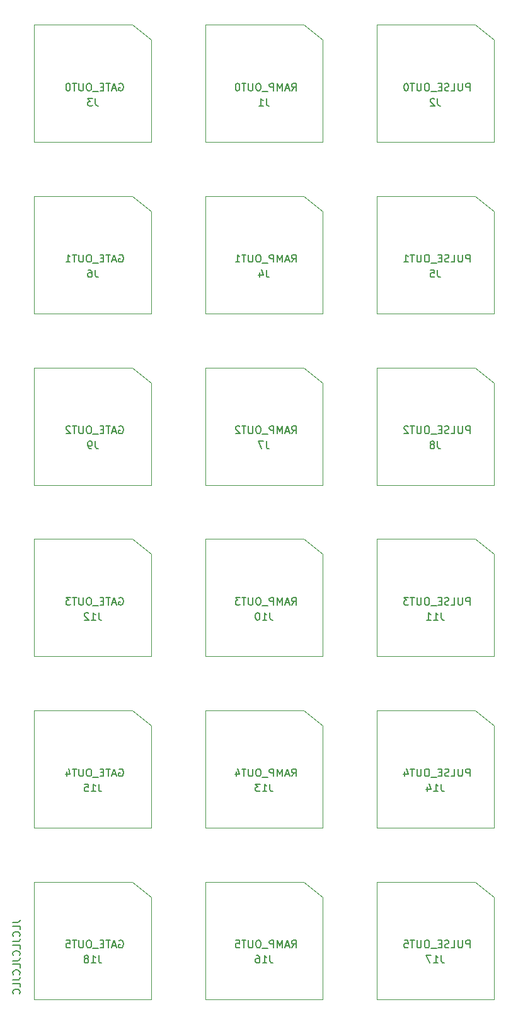
<source format=gbr>
%TF.GenerationSoftware,KiCad,Pcbnew,7.0.1*%
%TF.CreationDate,2023-03-18T19:20:35+00:00*%
%TF.ProjectId,KOSMO-POLY6-JACKS,4b4f534d-4f2d-4504-9f4c-59362d4a4143,v0.1.2*%
%TF.SameCoordinates,Original*%
%TF.FileFunction,Legend,Bot*%
%TF.FilePolarity,Positive*%
%FSLAX46Y46*%
G04 Gerber Fmt 4.6, Leading zero omitted, Abs format (unit mm)*
G04 Created by KiCad (PCBNEW 7.0.1) date 2023-03-18 19:20:35*
%MOMM*%
%LPD*%
G01*
G04 APERTURE LIST*
%ADD10C,0.150000*%
%ADD11C,0.120000*%
G04 APERTURE END LIST*
D10*
X55077619Y-169559951D02*
X55791904Y-169559951D01*
X55791904Y-169559951D02*
X55934761Y-169512332D01*
X55934761Y-169512332D02*
X56030000Y-169417094D01*
X56030000Y-169417094D02*
X56077619Y-169274237D01*
X56077619Y-169274237D02*
X56077619Y-169178999D01*
X56077619Y-170512332D02*
X56077619Y-170036142D01*
X56077619Y-170036142D02*
X55077619Y-170036142D01*
X55982380Y-171417094D02*
X56030000Y-171369475D01*
X56030000Y-171369475D02*
X56077619Y-171226618D01*
X56077619Y-171226618D02*
X56077619Y-171131380D01*
X56077619Y-171131380D02*
X56030000Y-170988523D01*
X56030000Y-170988523D02*
X55934761Y-170893285D01*
X55934761Y-170893285D02*
X55839523Y-170845666D01*
X55839523Y-170845666D02*
X55649047Y-170798047D01*
X55649047Y-170798047D02*
X55506190Y-170798047D01*
X55506190Y-170798047D02*
X55315714Y-170845666D01*
X55315714Y-170845666D02*
X55220476Y-170893285D01*
X55220476Y-170893285D02*
X55125238Y-170988523D01*
X55125238Y-170988523D02*
X55077619Y-171131380D01*
X55077619Y-171131380D02*
X55077619Y-171226618D01*
X55077619Y-171226618D02*
X55125238Y-171369475D01*
X55125238Y-171369475D02*
X55172857Y-171417094D01*
X55077619Y-172131380D02*
X55791904Y-172131380D01*
X55791904Y-172131380D02*
X55934761Y-172083761D01*
X55934761Y-172083761D02*
X56030000Y-171988523D01*
X56030000Y-171988523D02*
X56077619Y-171845666D01*
X56077619Y-171845666D02*
X56077619Y-171750428D01*
X56077619Y-173083761D02*
X56077619Y-172607571D01*
X56077619Y-172607571D02*
X55077619Y-172607571D01*
X55982380Y-173988523D02*
X56030000Y-173940904D01*
X56030000Y-173940904D02*
X56077619Y-173798047D01*
X56077619Y-173798047D02*
X56077619Y-173702809D01*
X56077619Y-173702809D02*
X56030000Y-173559952D01*
X56030000Y-173559952D02*
X55934761Y-173464714D01*
X55934761Y-173464714D02*
X55839523Y-173417095D01*
X55839523Y-173417095D02*
X55649047Y-173369476D01*
X55649047Y-173369476D02*
X55506190Y-173369476D01*
X55506190Y-173369476D02*
X55315714Y-173417095D01*
X55315714Y-173417095D02*
X55220476Y-173464714D01*
X55220476Y-173464714D02*
X55125238Y-173559952D01*
X55125238Y-173559952D02*
X55077619Y-173702809D01*
X55077619Y-173702809D02*
X55077619Y-173798047D01*
X55077619Y-173798047D02*
X55125238Y-173940904D01*
X55125238Y-173940904D02*
X55172857Y-173988523D01*
X55077619Y-174702809D02*
X55791904Y-174702809D01*
X55791904Y-174702809D02*
X55934761Y-174655190D01*
X55934761Y-174655190D02*
X56030000Y-174559952D01*
X56030000Y-174559952D02*
X56077619Y-174417095D01*
X56077619Y-174417095D02*
X56077619Y-174321857D01*
X56077619Y-175655190D02*
X56077619Y-175179000D01*
X56077619Y-175179000D02*
X55077619Y-175179000D01*
X55982380Y-176559952D02*
X56030000Y-176512333D01*
X56030000Y-176512333D02*
X56077619Y-176369476D01*
X56077619Y-176369476D02*
X56077619Y-176274238D01*
X56077619Y-176274238D02*
X56030000Y-176131381D01*
X56030000Y-176131381D02*
X55934761Y-176036143D01*
X55934761Y-176036143D02*
X55839523Y-175988524D01*
X55839523Y-175988524D02*
X55649047Y-175940905D01*
X55649047Y-175940905D02*
X55506190Y-175940905D01*
X55506190Y-175940905D02*
X55315714Y-175988524D01*
X55315714Y-175988524D02*
X55220476Y-176036143D01*
X55220476Y-176036143D02*
X55125238Y-176131381D01*
X55125238Y-176131381D02*
X55077619Y-176274238D01*
X55077619Y-176274238D02*
X55077619Y-176369476D01*
X55077619Y-176369476D02*
X55125238Y-176512333D01*
X55125238Y-176512333D02*
X55172857Y-176559952D01*
X55077619Y-177274238D02*
X55791904Y-177274238D01*
X55791904Y-177274238D02*
X55934761Y-177226619D01*
X55934761Y-177226619D02*
X56030000Y-177131381D01*
X56030000Y-177131381D02*
X56077619Y-176988524D01*
X56077619Y-176988524D02*
X56077619Y-176893286D01*
X56077619Y-178226619D02*
X56077619Y-177750429D01*
X56077619Y-177750429D02*
X55077619Y-177750429D01*
X55982380Y-179131381D02*
X56030000Y-179083762D01*
X56030000Y-179083762D02*
X56077619Y-178940905D01*
X56077619Y-178940905D02*
X56077619Y-178845667D01*
X56077619Y-178845667D02*
X56030000Y-178702810D01*
X56030000Y-178702810D02*
X55934761Y-178607572D01*
X55934761Y-178607572D02*
X55839523Y-178559953D01*
X55839523Y-178559953D02*
X55649047Y-178512334D01*
X55649047Y-178512334D02*
X55506190Y-178512334D01*
X55506190Y-178512334D02*
X55315714Y-178559953D01*
X55315714Y-178559953D02*
X55220476Y-178607572D01*
X55220476Y-178607572D02*
X55125238Y-178702810D01*
X55125238Y-178702810D02*
X55077619Y-178845667D01*
X55077619Y-178845667D02*
X55077619Y-178940905D01*
X55077619Y-178940905D02*
X55125238Y-179083762D01*
X55125238Y-179083762D02*
X55172857Y-179131381D01*
%TO.C,J1*%
X89180333Y-58986619D02*
X89180333Y-59700904D01*
X89180333Y-59700904D02*
X89227952Y-59843761D01*
X89227952Y-59843761D02*
X89323190Y-59939000D01*
X89323190Y-59939000D02*
X89466047Y-59986619D01*
X89466047Y-59986619D02*
X89561285Y-59986619D01*
X88180333Y-59986619D02*
X88751761Y-59986619D01*
X88466047Y-59986619D02*
X88466047Y-58986619D01*
X88466047Y-58986619D02*
X88561285Y-59129476D01*
X88561285Y-59129476D02*
X88656523Y-59224714D01*
X88656523Y-59224714D02*
X88751761Y-59272333D01*
X92577190Y-57954619D02*
X92910523Y-57478428D01*
X93148618Y-57954619D02*
X93148618Y-56954619D01*
X93148618Y-56954619D02*
X92767666Y-56954619D01*
X92767666Y-56954619D02*
X92672428Y-57002238D01*
X92672428Y-57002238D02*
X92624809Y-57049857D01*
X92624809Y-57049857D02*
X92577190Y-57145095D01*
X92577190Y-57145095D02*
X92577190Y-57287952D01*
X92577190Y-57287952D02*
X92624809Y-57383190D01*
X92624809Y-57383190D02*
X92672428Y-57430809D01*
X92672428Y-57430809D02*
X92767666Y-57478428D01*
X92767666Y-57478428D02*
X93148618Y-57478428D01*
X92196237Y-57668904D02*
X91720047Y-57668904D01*
X92291475Y-57954619D02*
X91958142Y-56954619D01*
X91958142Y-56954619D02*
X91624809Y-57954619D01*
X91291475Y-57954619D02*
X91291475Y-56954619D01*
X91291475Y-56954619D02*
X90958142Y-57668904D01*
X90958142Y-57668904D02*
X90624809Y-56954619D01*
X90624809Y-56954619D02*
X90624809Y-57954619D01*
X90148618Y-57954619D02*
X90148618Y-56954619D01*
X90148618Y-56954619D02*
X89767666Y-56954619D01*
X89767666Y-56954619D02*
X89672428Y-57002238D01*
X89672428Y-57002238D02*
X89624809Y-57049857D01*
X89624809Y-57049857D02*
X89577190Y-57145095D01*
X89577190Y-57145095D02*
X89577190Y-57287952D01*
X89577190Y-57287952D02*
X89624809Y-57383190D01*
X89624809Y-57383190D02*
X89672428Y-57430809D01*
X89672428Y-57430809D02*
X89767666Y-57478428D01*
X89767666Y-57478428D02*
X90148618Y-57478428D01*
X89386714Y-58049857D02*
X88624809Y-58049857D01*
X88196237Y-56954619D02*
X88005761Y-56954619D01*
X88005761Y-56954619D02*
X87910523Y-57002238D01*
X87910523Y-57002238D02*
X87815285Y-57097476D01*
X87815285Y-57097476D02*
X87767666Y-57287952D01*
X87767666Y-57287952D02*
X87767666Y-57621285D01*
X87767666Y-57621285D02*
X87815285Y-57811761D01*
X87815285Y-57811761D02*
X87910523Y-57907000D01*
X87910523Y-57907000D02*
X88005761Y-57954619D01*
X88005761Y-57954619D02*
X88196237Y-57954619D01*
X88196237Y-57954619D02*
X88291475Y-57907000D01*
X88291475Y-57907000D02*
X88386713Y-57811761D01*
X88386713Y-57811761D02*
X88434332Y-57621285D01*
X88434332Y-57621285D02*
X88434332Y-57287952D01*
X88434332Y-57287952D02*
X88386713Y-57097476D01*
X88386713Y-57097476D02*
X88291475Y-57002238D01*
X88291475Y-57002238D02*
X88196237Y-56954619D01*
X87339094Y-56954619D02*
X87339094Y-57764142D01*
X87339094Y-57764142D02*
X87291475Y-57859380D01*
X87291475Y-57859380D02*
X87243856Y-57907000D01*
X87243856Y-57907000D02*
X87148618Y-57954619D01*
X87148618Y-57954619D02*
X86958142Y-57954619D01*
X86958142Y-57954619D02*
X86862904Y-57907000D01*
X86862904Y-57907000D02*
X86815285Y-57859380D01*
X86815285Y-57859380D02*
X86767666Y-57764142D01*
X86767666Y-57764142D02*
X86767666Y-56954619D01*
X86434332Y-56954619D02*
X85862904Y-56954619D01*
X86148618Y-57954619D02*
X86148618Y-56954619D01*
X85339094Y-56954619D02*
X85243856Y-56954619D01*
X85243856Y-56954619D02*
X85148618Y-57002238D01*
X85148618Y-57002238D02*
X85100999Y-57049857D01*
X85100999Y-57049857D02*
X85053380Y-57145095D01*
X85053380Y-57145095D02*
X85005761Y-57335571D01*
X85005761Y-57335571D02*
X85005761Y-57573666D01*
X85005761Y-57573666D02*
X85053380Y-57764142D01*
X85053380Y-57764142D02*
X85100999Y-57859380D01*
X85100999Y-57859380D02*
X85148618Y-57907000D01*
X85148618Y-57907000D02*
X85243856Y-57954619D01*
X85243856Y-57954619D02*
X85339094Y-57954619D01*
X85339094Y-57954619D02*
X85434332Y-57907000D01*
X85434332Y-57907000D02*
X85481951Y-57859380D01*
X85481951Y-57859380D02*
X85529570Y-57764142D01*
X85529570Y-57764142D02*
X85577189Y-57573666D01*
X85577189Y-57573666D02*
X85577189Y-57335571D01*
X85577189Y-57335571D02*
X85529570Y-57145095D01*
X85529570Y-57145095D02*
X85481951Y-57049857D01*
X85481951Y-57049857D02*
X85434332Y-57002238D01*
X85434332Y-57002238D02*
X85339094Y-56954619D01*
%TO.C,J2*%
X112180333Y-58986619D02*
X112180333Y-59700904D01*
X112180333Y-59700904D02*
X112227952Y-59843761D01*
X112227952Y-59843761D02*
X112323190Y-59939000D01*
X112323190Y-59939000D02*
X112466047Y-59986619D01*
X112466047Y-59986619D02*
X112561285Y-59986619D01*
X111751761Y-59081857D02*
X111704142Y-59034238D01*
X111704142Y-59034238D02*
X111608904Y-58986619D01*
X111608904Y-58986619D02*
X111370809Y-58986619D01*
X111370809Y-58986619D02*
X111275571Y-59034238D01*
X111275571Y-59034238D02*
X111227952Y-59081857D01*
X111227952Y-59081857D02*
X111180333Y-59177095D01*
X111180333Y-59177095D02*
X111180333Y-59272333D01*
X111180333Y-59272333D02*
X111227952Y-59415190D01*
X111227952Y-59415190D02*
X111799380Y-59986619D01*
X111799380Y-59986619D02*
X111180333Y-59986619D01*
X116505761Y-57954619D02*
X116505761Y-56954619D01*
X116505761Y-56954619D02*
X116124809Y-56954619D01*
X116124809Y-56954619D02*
X116029571Y-57002238D01*
X116029571Y-57002238D02*
X115981952Y-57049857D01*
X115981952Y-57049857D02*
X115934333Y-57145095D01*
X115934333Y-57145095D02*
X115934333Y-57287952D01*
X115934333Y-57287952D02*
X115981952Y-57383190D01*
X115981952Y-57383190D02*
X116029571Y-57430809D01*
X116029571Y-57430809D02*
X116124809Y-57478428D01*
X116124809Y-57478428D02*
X116505761Y-57478428D01*
X115505761Y-56954619D02*
X115505761Y-57764142D01*
X115505761Y-57764142D02*
X115458142Y-57859380D01*
X115458142Y-57859380D02*
X115410523Y-57907000D01*
X115410523Y-57907000D02*
X115315285Y-57954619D01*
X115315285Y-57954619D02*
X115124809Y-57954619D01*
X115124809Y-57954619D02*
X115029571Y-57907000D01*
X115029571Y-57907000D02*
X114981952Y-57859380D01*
X114981952Y-57859380D02*
X114934333Y-57764142D01*
X114934333Y-57764142D02*
X114934333Y-56954619D01*
X113981952Y-57954619D02*
X114458142Y-57954619D01*
X114458142Y-57954619D02*
X114458142Y-56954619D01*
X113696237Y-57907000D02*
X113553380Y-57954619D01*
X113553380Y-57954619D02*
X113315285Y-57954619D01*
X113315285Y-57954619D02*
X113220047Y-57907000D01*
X113220047Y-57907000D02*
X113172428Y-57859380D01*
X113172428Y-57859380D02*
X113124809Y-57764142D01*
X113124809Y-57764142D02*
X113124809Y-57668904D01*
X113124809Y-57668904D02*
X113172428Y-57573666D01*
X113172428Y-57573666D02*
X113220047Y-57526047D01*
X113220047Y-57526047D02*
X113315285Y-57478428D01*
X113315285Y-57478428D02*
X113505761Y-57430809D01*
X113505761Y-57430809D02*
X113600999Y-57383190D01*
X113600999Y-57383190D02*
X113648618Y-57335571D01*
X113648618Y-57335571D02*
X113696237Y-57240333D01*
X113696237Y-57240333D02*
X113696237Y-57145095D01*
X113696237Y-57145095D02*
X113648618Y-57049857D01*
X113648618Y-57049857D02*
X113600999Y-57002238D01*
X113600999Y-57002238D02*
X113505761Y-56954619D01*
X113505761Y-56954619D02*
X113267666Y-56954619D01*
X113267666Y-56954619D02*
X113124809Y-57002238D01*
X112696237Y-57430809D02*
X112362904Y-57430809D01*
X112220047Y-57954619D02*
X112696237Y-57954619D01*
X112696237Y-57954619D02*
X112696237Y-56954619D01*
X112696237Y-56954619D02*
X112220047Y-56954619D01*
X112029571Y-58049857D02*
X111267666Y-58049857D01*
X110839094Y-56954619D02*
X110648618Y-56954619D01*
X110648618Y-56954619D02*
X110553380Y-57002238D01*
X110553380Y-57002238D02*
X110458142Y-57097476D01*
X110458142Y-57097476D02*
X110410523Y-57287952D01*
X110410523Y-57287952D02*
X110410523Y-57621285D01*
X110410523Y-57621285D02*
X110458142Y-57811761D01*
X110458142Y-57811761D02*
X110553380Y-57907000D01*
X110553380Y-57907000D02*
X110648618Y-57954619D01*
X110648618Y-57954619D02*
X110839094Y-57954619D01*
X110839094Y-57954619D02*
X110934332Y-57907000D01*
X110934332Y-57907000D02*
X111029570Y-57811761D01*
X111029570Y-57811761D02*
X111077189Y-57621285D01*
X111077189Y-57621285D02*
X111077189Y-57287952D01*
X111077189Y-57287952D02*
X111029570Y-57097476D01*
X111029570Y-57097476D02*
X110934332Y-57002238D01*
X110934332Y-57002238D02*
X110839094Y-56954619D01*
X109981951Y-56954619D02*
X109981951Y-57764142D01*
X109981951Y-57764142D02*
X109934332Y-57859380D01*
X109934332Y-57859380D02*
X109886713Y-57907000D01*
X109886713Y-57907000D02*
X109791475Y-57954619D01*
X109791475Y-57954619D02*
X109600999Y-57954619D01*
X109600999Y-57954619D02*
X109505761Y-57907000D01*
X109505761Y-57907000D02*
X109458142Y-57859380D01*
X109458142Y-57859380D02*
X109410523Y-57764142D01*
X109410523Y-57764142D02*
X109410523Y-56954619D01*
X109077189Y-56954619D02*
X108505761Y-56954619D01*
X108791475Y-57954619D02*
X108791475Y-56954619D01*
X107981951Y-56954619D02*
X107886713Y-56954619D01*
X107886713Y-56954619D02*
X107791475Y-57002238D01*
X107791475Y-57002238D02*
X107743856Y-57049857D01*
X107743856Y-57049857D02*
X107696237Y-57145095D01*
X107696237Y-57145095D02*
X107648618Y-57335571D01*
X107648618Y-57335571D02*
X107648618Y-57573666D01*
X107648618Y-57573666D02*
X107696237Y-57764142D01*
X107696237Y-57764142D02*
X107743856Y-57859380D01*
X107743856Y-57859380D02*
X107791475Y-57907000D01*
X107791475Y-57907000D02*
X107886713Y-57954619D01*
X107886713Y-57954619D02*
X107981951Y-57954619D01*
X107981951Y-57954619D02*
X108077189Y-57907000D01*
X108077189Y-57907000D02*
X108124808Y-57859380D01*
X108124808Y-57859380D02*
X108172427Y-57764142D01*
X108172427Y-57764142D02*
X108220046Y-57573666D01*
X108220046Y-57573666D02*
X108220046Y-57335571D01*
X108220046Y-57335571D02*
X108172427Y-57145095D01*
X108172427Y-57145095D02*
X108124808Y-57049857D01*
X108124808Y-57049857D02*
X108077189Y-57002238D01*
X108077189Y-57002238D02*
X107981951Y-56954619D01*
%TO.C,J3*%
X66180333Y-58986619D02*
X66180333Y-59700904D01*
X66180333Y-59700904D02*
X66227952Y-59843761D01*
X66227952Y-59843761D02*
X66323190Y-59939000D01*
X66323190Y-59939000D02*
X66466047Y-59986619D01*
X66466047Y-59986619D02*
X66561285Y-59986619D01*
X65799380Y-58986619D02*
X65180333Y-58986619D01*
X65180333Y-58986619D02*
X65513666Y-59367571D01*
X65513666Y-59367571D02*
X65370809Y-59367571D01*
X65370809Y-59367571D02*
X65275571Y-59415190D01*
X65275571Y-59415190D02*
X65227952Y-59462809D01*
X65227952Y-59462809D02*
X65180333Y-59558047D01*
X65180333Y-59558047D02*
X65180333Y-59796142D01*
X65180333Y-59796142D02*
X65227952Y-59891380D01*
X65227952Y-59891380D02*
X65275571Y-59939000D01*
X65275571Y-59939000D02*
X65370809Y-59986619D01*
X65370809Y-59986619D02*
X65656523Y-59986619D01*
X65656523Y-59986619D02*
X65751761Y-59939000D01*
X65751761Y-59939000D02*
X65799380Y-59891380D01*
X69386714Y-57002238D02*
X69481952Y-56954619D01*
X69481952Y-56954619D02*
X69624809Y-56954619D01*
X69624809Y-56954619D02*
X69767666Y-57002238D01*
X69767666Y-57002238D02*
X69862904Y-57097476D01*
X69862904Y-57097476D02*
X69910523Y-57192714D01*
X69910523Y-57192714D02*
X69958142Y-57383190D01*
X69958142Y-57383190D02*
X69958142Y-57526047D01*
X69958142Y-57526047D02*
X69910523Y-57716523D01*
X69910523Y-57716523D02*
X69862904Y-57811761D01*
X69862904Y-57811761D02*
X69767666Y-57907000D01*
X69767666Y-57907000D02*
X69624809Y-57954619D01*
X69624809Y-57954619D02*
X69529571Y-57954619D01*
X69529571Y-57954619D02*
X69386714Y-57907000D01*
X69386714Y-57907000D02*
X69339095Y-57859380D01*
X69339095Y-57859380D02*
X69339095Y-57526047D01*
X69339095Y-57526047D02*
X69529571Y-57526047D01*
X68958142Y-57668904D02*
X68481952Y-57668904D01*
X69053380Y-57954619D02*
X68720047Y-56954619D01*
X68720047Y-56954619D02*
X68386714Y-57954619D01*
X68196237Y-56954619D02*
X67624809Y-56954619D01*
X67910523Y-57954619D02*
X67910523Y-56954619D01*
X67291475Y-57430809D02*
X66958142Y-57430809D01*
X66815285Y-57954619D02*
X67291475Y-57954619D01*
X67291475Y-57954619D02*
X67291475Y-56954619D01*
X67291475Y-56954619D02*
X66815285Y-56954619D01*
X66624809Y-58049857D02*
X65862904Y-58049857D01*
X65434332Y-56954619D02*
X65243856Y-56954619D01*
X65243856Y-56954619D02*
X65148618Y-57002238D01*
X65148618Y-57002238D02*
X65053380Y-57097476D01*
X65053380Y-57097476D02*
X65005761Y-57287952D01*
X65005761Y-57287952D02*
X65005761Y-57621285D01*
X65005761Y-57621285D02*
X65053380Y-57811761D01*
X65053380Y-57811761D02*
X65148618Y-57907000D01*
X65148618Y-57907000D02*
X65243856Y-57954619D01*
X65243856Y-57954619D02*
X65434332Y-57954619D01*
X65434332Y-57954619D02*
X65529570Y-57907000D01*
X65529570Y-57907000D02*
X65624808Y-57811761D01*
X65624808Y-57811761D02*
X65672427Y-57621285D01*
X65672427Y-57621285D02*
X65672427Y-57287952D01*
X65672427Y-57287952D02*
X65624808Y-57097476D01*
X65624808Y-57097476D02*
X65529570Y-57002238D01*
X65529570Y-57002238D02*
X65434332Y-56954619D01*
X64577189Y-56954619D02*
X64577189Y-57764142D01*
X64577189Y-57764142D02*
X64529570Y-57859380D01*
X64529570Y-57859380D02*
X64481951Y-57907000D01*
X64481951Y-57907000D02*
X64386713Y-57954619D01*
X64386713Y-57954619D02*
X64196237Y-57954619D01*
X64196237Y-57954619D02*
X64100999Y-57907000D01*
X64100999Y-57907000D02*
X64053380Y-57859380D01*
X64053380Y-57859380D02*
X64005761Y-57764142D01*
X64005761Y-57764142D02*
X64005761Y-56954619D01*
X63672427Y-56954619D02*
X63100999Y-56954619D01*
X63386713Y-57954619D02*
X63386713Y-56954619D01*
X62577189Y-56954619D02*
X62481951Y-56954619D01*
X62481951Y-56954619D02*
X62386713Y-57002238D01*
X62386713Y-57002238D02*
X62339094Y-57049857D01*
X62339094Y-57049857D02*
X62291475Y-57145095D01*
X62291475Y-57145095D02*
X62243856Y-57335571D01*
X62243856Y-57335571D02*
X62243856Y-57573666D01*
X62243856Y-57573666D02*
X62291475Y-57764142D01*
X62291475Y-57764142D02*
X62339094Y-57859380D01*
X62339094Y-57859380D02*
X62386713Y-57907000D01*
X62386713Y-57907000D02*
X62481951Y-57954619D01*
X62481951Y-57954619D02*
X62577189Y-57954619D01*
X62577189Y-57954619D02*
X62672427Y-57907000D01*
X62672427Y-57907000D02*
X62720046Y-57859380D01*
X62720046Y-57859380D02*
X62767665Y-57764142D01*
X62767665Y-57764142D02*
X62815284Y-57573666D01*
X62815284Y-57573666D02*
X62815284Y-57335571D01*
X62815284Y-57335571D02*
X62767665Y-57145095D01*
X62767665Y-57145095D02*
X62720046Y-57049857D01*
X62720046Y-57049857D02*
X62672427Y-57002238D01*
X62672427Y-57002238D02*
X62577189Y-56954619D01*
%TO.C,J4*%
X89180333Y-81986619D02*
X89180333Y-82700904D01*
X89180333Y-82700904D02*
X89227952Y-82843761D01*
X89227952Y-82843761D02*
X89323190Y-82939000D01*
X89323190Y-82939000D02*
X89466047Y-82986619D01*
X89466047Y-82986619D02*
X89561285Y-82986619D01*
X88275571Y-82319952D02*
X88275571Y-82986619D01*
X88513666Y-81939000D02*
X88751761Y-82653285D01*
X88751761Y-82653285D02*
X88132714Y-82653285D01*
X92577190Y-80954619D02*
X92910523Y-80478428D01*
X93148618Y-80954619D02*
X93148618Y-79954619D01*
X93148618Y-79954619D02*
X92767666Y-79954619D01*
X92767666Y-79954619D02*
X92672428Y-80002238D01*
X92672428Y-80002238D02*
X92624809Y-80049857D01*
X92624809Y-80049857D02*
X92577190Y-80145095D01*
X92577190Y-80145095D02*
X92577190Y-80287952D01*
X92577190Y-80287952D02*
X92624809Y-80383190D01*
X92624809Y-80383190D02*
X92672428Y-80430809D01*
X92672428Y-80430809D02*
X92767666Y-80478428D01*
X92767666Y-80478428D02*
X93148618Y-80478428D01*
X92196237Y-80668904D02*
X91720047Y-80668904D01*
X92291475Y-80954619D02*
X91958142Y-79954619D01*
X91958142Y-79954619D02*
X91624809Y-80954619D01*
X91291475Y-80954619D02*
X91291475Y-79954619D01*
X91291475Y-79954619D02*
X90958142Y-80668904D01*
X90958142Y-80668904D02*
X90624809Y-79954619D01*
X90624809Y-79954619D02*
X90624809Y-80954619D01*
X90148618Y-80954619D02*
X90148618Y-79954619D01*
X90148618Y-79954619D02*
X89767666Y-79954619D01*
X89767666Y-79954619D02*
X89672428Y-80002238D01*
X89672428Y-80002238D02*
X89624809Y-80049857D01*
X89624809Y-80049857D02*
X89577190Y-80145095D01*
X89577190Y-80145095D02*
X89577190Y-80287952D01*
X89577190Y-80287952D02*
X89624809Y-80383190D01*
X89624809Y-80383190D02*
X89672428Y-80430809D01*
X89672428Y-80430809D02*
X89767666Y-80478428D01*
X89767666Y-80478428D02*
X90148618Y-80478428D01*
X89386714Y-81049857D02*
X88624809Y-81049857D01*
X88196237Y-79954619D02*
X88005761Y-79954619D01*
X88005761Y-79954619D02*
X87910523Y-80002238D01*
X87910523Y-80002238D02*
X87815285Y-80097476D01*
X87815285Y-80097476D02*
X87767666Y-80287952D01*
X87767666Y-80287952D02*
X87767666Y-80621285D01*
X87767666Y-80621285D02*
X87815285Y-80811761D01*
X87815285Y-80811761D02*
X87910523Y-80907000D01*
X87910523Y-80907000D02*
X88005761Y-80954619D01*
X88005761Y-80954619D02*
X88196237Y-80954619D01*
X88196237Y-80954619D02*
X88291475Y-80907000D01*
X88291475Y-80907000D02*
X88386713Y-80811761D01*
X88386713Y-80811761D02*
X88434332Y-80621285D01*
X88434332Y-80621285D02*
X88434332Y-80287952D01*
X88434332Y-80287952D02*
X88386713Y-80097476D01*
X88386713Y-80097476D02*
X88291475Y-80002238D01*
X88291475Y-80002238D02*
X88196237Y-79954619D01*
X87339094Y-79954619D02*
X87339094Y-80764142D01*
X87339094Y-80764142D02*
X87291475Y-80859380D01*
X87291475Y-80859380D02*
X87243856Y-80907000D01*
X87243856Y-80907000D02*
X87148618Y-80954619D01*
X87148618Y-80954619D02*
X86958142Y-80954619D01*
X86958142Y-80954619D02*
X86862904Y-80907000D01*
X86862904Y-80907000D02*
X86815285Y-80859380D01*
X86815285Y-80859380D02*
X86767666Y-80764142D01*
X86767666Y-80764142D02*
X86767666Y-79954619D01*
X86434332Y-79954619D02*
X85862904Y-79954619D01*
X86148618Y-80954619D02*
X86148618Y-79954619D01*
X85005761Y-80954619D02*
X85577189Y-80954619D01*
X85291475Y-80954619D02*
X85291475Y-79954619D01*
X85291475Y-79954619D02*
X85386713Y-80097476D01*
X85386713Y-80097476D02*
X85481951Y-80192714D01*
X85481951Y-80192714D02*
X85577189Y-80240333D01*
%TO.C,J5*%
X112180333Y-81986619D02*
X112180333Y-82700904D01*
X112180333Y-82700904D02*
X112227952Y-82843761D01*
X112227952Y-82843761D02*
X112323190Y-82939000D01*
X112323190Y-82939000D02*
X112466047Y-82986619D01*
X112466047Y-82986619D02*
X112561285Y-82986619D01*
X111227952Y-81986619D02*
X111704142Y-81986619D01*
X111704142Y-81986619D02*
X111751761Y-82462809D01*
X111751761Y-82462809D02*
X111704142Y-82415190D01*
X111704142Y-82415190D02*
X111608904Y-82367571D01*
X111608904Y-82367571D02*
X111370809Y-82367571D01*
X111370809Y-82367571D02*
X111275571Y-82415190D01*
X111275571Y-82415190D02*
X111227952Y-82462809D01*
X111227952Y-82462809D02*
X111180333Y-82558047D01*
X111180333Y-82558047D02*
X111180333Y-82796142D01*
X111180333Y-82796142D02*
X111227952Y-82891380D01*
X111227952Y-82891380D02*
X111275571Y-82939000D01*
X111275571Y-82939000D02*
X111370809Y-82986619D01*
X111370809Y-82986619D02*
X111608904Y-82986619D01*
X111608904Y-82986619D02*
X111704142Y-82939000D01*
X111704142Y-82939000D02*
X111751761Y-82891380D01*
X116505761Y-80954619D02*
X116505761Y-79954619D01*
X116505761Y-79954619D02*
X116124809Y-79954619D01*
X116124809Y-79954619D02*
X116029571Y-80002238D01*
X116029571Y-80002238D02*
X115981952Y-80049857D01*
X115981952Y-80049857D02*
X115934333Y-80145095D01*
X115934333Y-80145095D02*
X115934333Y-80287952D01*
X115934333Y-80287952D02*
X115981952Y-80383190D01*
X115981952Y-80383190D02*
X116029571Y-80430809D01*
X116029571Y-80430809D02*
X116124809Y-80478428D01*
X116124809Y-80478428D02*
X116505761Y-80478428D01*
X115505761Y-79954619D02*
X115505761Y-80764142D01*
X115505761Y-80764142D02*
X115458142Y-80859380D01*
X115458142Y-80859380D02*
X115410523Y-80907000D01*
X115410523Y-80907000D02*
X115315285Y-80954619D01*
X115315285Y-80954619D02*
X115124809Y-80954619D01*
X115124809Y-80954619D02*
X115029571Y-80907000D01*
X115029571Y-80907000D02*
X114981952Y-80859380D01*
X114981952Y-80859380D02*
X114934333Y-80764142D01*
X114934333Y-80764142D02*
X114934333Y-79954619D01*
X113981952Y-80954619D02*
X114458142Y-80954619D01*
X114458142Y-80954619D02*
X114458142Y-79954619D01*
X113696237Y-80907000D02*
X113553380Y-80954619D01*
X113553380Y-80954619D02*
X113315285Y-80954619D01*
X113315285Y-80954619D02*
X113220047Y-80907000D01*
X113220047Y-80907000D02*
X113172428Y-80859380D01*
X113172428Y-80859380D02*
X113124809Y-80764142D01*
X113124809Y-80764142D02*
X113124809Y-80668904D01*
X113124809Y-80668904D02*
X113172428Y-80573666D01*
X113172428Y-80573666D02*
X113220047Y-80526047D01*
X113220047Y-80526047D02*
X113315285Y-80478428D01*
X113315285Y-80478428D02*
X113505761Y-80430809D01*
X113505761Y-80430809D02*
X113600999Y-80383190D01*
X113600999Y-80383190D02*
X113648618Y-80335571D01*
X113648618Y-80335571D02*
X113696237Y-80240333D01*
X113696237Y-80240333D02*
X113696237Y-80145095D01*
X113696237Y-80145095D02*
X113648618Y-80049857D01*
X113648618Y-80049857D02*
X113600999Y-80002238D01*
X113600999Y-80002238D02*
X113505761Y-79954619D01*
X113505761Y-79954619D02*
X113267666Y-79954619D01*
X113267666Y-79954619D02*
X113124809Y-80002238D01*
X112696237Y-80430809D02*
X112362904Y-80430809D01*
X112220047Y-80954619D02*
X112696237Y-80954619D01*
X112696237Y-80954619D02*
X112696237Y-79954619D01*
X112696237Y-79954619D02*
X112220047Y-79954619D01*
X112029571Y-81049857D02*
X111267666Y-81049857D01*
X110839094Y-79954619D02*
X110648618Y-79954619D01*
X110648618Y-79954619D02*
X110553380Y-80002238D01*
X110553380Y-80002238D02*
X110458142Y-80097476D01*
X110458142Y-80097476D02*
X110410523Y-80287952D01*
X110410523Y-80287952D02*
X110410523Y-80621285D01*
X110410523Y-80621285D02*
X110458142Y-80811761D01*
X110458142Y-80811761D02*
X110553380Y-80907000D01*
X110553380Y-80907000D02*
X110648618Y-80954619D01*
X110648618Y-80954619D02*
X110839094Y-80954619D01*
X110839094Y-80954619D02*
X110934332Y-80907000D01*
X110934332Y-80907000D02*
X111029570Y-80811761D01*
X111029570Y-80811761D02*
X111077189Y-80621285D01*
X111077189Y-80621285D02*
X111077189Y-80287952D01*
X111077189Y-80287952D02*
X111029570Y-80097476D01*
X111029570Y-80097476D02*
X110934332Y-80002238D01*
X110934332Y-80002238D02*
X110839094Y-79954619D01*
X109981951Y-79954619D02*
X109981951Y-80764142D01*
X109981951Y-80764142D02*
X109934332Y-80859380D01*
X109934332Y-80859380D02*
X109886713Y-80907000D01*
X109886713Y-80907000D02*
X109791475Y-80954619D01*
X109791475Y-80954619D02*
X109600999Y-80954619D01*
X109600999Y-80954619D02*
X109505761Y-80907000D01*
X109505761Y-80907000D02*
X109458142Y-80859380D01*
X109458142Y-80859380D02*
X109410523Y-80764142D01*
X109410523Y-80764142D02*
X109410523Y-79954619D01*
X109077189Y-79954619D02*
X108505761Y-79954619D01*
X108791475Y-80954619D02*
X108791475Y-79954619D01*
X107648618Y-80954619D02*
X108220046Y-80954619D01*
X107934332Y-80954619D02*
X107934332Y-79954619D01*
X107934332Y-79954619D02*
X108029570Y-80097476D01*
X108029570Y-80097476D02*
X108124808Y-80192714D01*
X108124808Y-80192714D02*
X108220046Y-80240333D01*
%TO.C,J6*%
X66180333Y-81986619D02*
X66180333Y-82700904D01*
X66180333Y-82700904D02*
X66227952Y-82843761D01*
X66227952Y-82843761D02*
X66323190Y-82939000D01*
X66323190Y-82939000D02*
X66466047Y-82986619D01*
X66466047Y-82986619D02*
X66561285Y-82986619D01*
X65275571Y-81986619D02*
X65466047Y-81986619D01*
X65466047Y-81986619D02*
X65561285Y-82034238D01*
X65561285Y-82034238D02*
X65608904Y-82081857D01*
X65608904Y-82081857D02*
X65704142Y-82224714D01*
X65704142Y-82224714D02*
X65751761Y-82415190D01*
X65751761Y-82415190D02*
X65751761Y-82796142D01*
X65751761Y-82796142D02*
X65704142Y-82891380D01*
X65704142Y-82891380D02*
X65656523Y-82939000D01*
X65656523Y-82939000D02*
X65561285Y-82986619D01*
X65561285Y-82986619D02*
X65370809Y-82986619D01*
X65370809Y-82986619D02*
X65275571Y-82939000D01*
X65275571Y-82939000D02*
X65227952Y-82891380D01*
X65227952Y-82891380D02*
X65180333Y-82796142D01*
X65180333Y-82796142D02*
X65180333Y-82558047D01*
X65180333Y-82558047D02*
X65227952Y-82462809D01*
X65227952Y-82462809D02*
X65275571Y-82415190D01*
X65275571Y-82415190D02*
X65370809Y-82367571D01*
X65370809Y-82367571D02*
X65561285Y-82367571D01*
X65561285Y-82367571D02*
X65656523Y-82415190D01*
X65656523Y-82415190D02*
X65704142Y-82462809D01*
X65704142Y-82462809D02*
X65751761Y-82558047D01*
X69386714Y-80002238D02*
X69481952Y-79954619D01*
X69481952Y-79954619D02*
X69624809Y-79954619D01*
X69624809Y-79954619D02*
X69767666Y-80002238D01*
X69767666Y-80002238D02*
X69862904Y-80097476D01*
X69862904Y-80097476D02*
X69910523Y-80192714D01*
X69910523Y-80192714D02*
X69958142Y-80383190D01*
X69958142Y-80383190D02*
X69958142Y-80526047D01*
X69958142Y-80526047D02*
X69910523Y-80716523D01*
X69910523Y-80716523D02*
X69862904Y-80811761D01*
X69862904Y-80811761D02*
X69767666Y-80907000D01*
X69767666Y-80907000D02*
X69624809Y-80954619D01*
X69624809Y-80954619D02*
X69529571Y-80954619D01*
X69529571Y-80954619D02*
X69386714Y-80907000D01*
X69386714Y-80907000D02*
X69339095Y-80859380D01*
X69339095Y-80859380D02*
X69339095Y-80526047D01*
X69339095Y-80526047D02*
X69529571Y-80526047D01*
X68958142Y-80668904D02*
X68481952Y-80668904D01*
X69053380Y-80954619D02*
X68720047Y-79954619D01*
X68720047Y-79954619D02*
X68386714Y-80954619D01*
X68196237Y-79954619D02*
X67624809Y-79954619D01*
X67910523Y-80954619D02*
X67910523Y-79954619D01*
X67291475Y-80430809D02*
X66958142Y-80430809D01*
X66815285Y-80954619D02*
X67291475Y-80954619D01*
X67291475Y-80954619D02*
X67291475Y-79954619D01*
X67291475Y-79954619D02*
X66815285Y-79954619D01*
X66624809Y-81049857D02*
X65862904Y-81049857D01*
X65434332Y-79954619D02*
X65243856Y-79954619D01*
X65243856Y-79954619D02*
X65148618Y-80002238D01*
X65148618Y-80002238D02*
X65053380Y-80097476D01*
X65053380Y-80097476D02*
X65005761Y-80287952D01*
X65005761Y-80287952D02*
X65005761Y-80621285D01*
X65005761Y-80621285D02*
X65053380Y-80811761D01*
X65053380Y-80811761D02*
X65148618Y-80907000D01*
X65148618Y-80907000D02*
X65243856Y-80954619D01*
X65243856Y-80954619D02*
X65434332Y-80954619D01*
X65434332Y-80954619D02*
X65529570Y-80907000D01*
X65529570Y-80907000D02*
X65624808Y-80811761D01*
X65624808Y-80811761D02*
X65672427Y-80621285D01*
X65672427Y-80621285D02*
X65672427Y-80287952D01*
X65672427Y-80287952D02*
X65624808Y-80097476D01*
X65624808Y-80097476D02*
X65529570Y-80002238D01*
X65529570Y-80002238D02*
X65434332Y-79954619D01*
X64577189Y-79954619D02*
X64577189Y-80764142D01*
X64577189Y-80764142D02*
X64529570Y-80859380D01*
X64529570Y-80859380D02*
X64481951Y-80907000D01*
X64481951Y-80907000D02*
X64386713Y-80954619D01*
X64386713Y-80954619D02*
X64196237Y-80954619D01*
X64196237Y-80954619D02*
X64100999Y-80907000D01*
X64100999Y-80907000D02*
X64053380Y-80859380D01*
X64053380Y-80859380D02*
X64005761Y-80764142D01*
X64005761Y-80764142D02*
X64005761Y-79954619D01*
X63672427Y-79954619D02*
X63100999Y-79954619D01*
X63386713Y-80954619D02*
X63386713Y-79954619D01*
X62243856Y-80954619D02*
X62815284Y-80954619D01*
X62529570Y-80954619D02*
X62529570Y-79954619D01*
X62529570Y-79954619D02*
X62624808Y-80097476D01*
X62624808Y-80097476D02*
X62720046Y-80192714D01*
X62720046Y-80192714D02*
X62815284Y-80240333D01*
%TO.C,J7*%
X89180333Y-104986619D02*
X89180333Y-105700904D01*
X89180333Y-105700904D02*
X89227952Y-105843761D01*
X89227952Y-105843761D02*
X89323190Y-105939000D01*
X89323190Y-105939000D02*
X89466047Y-105986619D01*
X89466047Y-105986619D02*
X89561285Y-105986619D01*
X88799380Y-104986619D02*
X88132714Y-104986619D01*
X88132714Y-104986619D02*
X88561285Y-105986619D01*
X92577190Y-103954619D02*
X92910523Y-103478428D01*
X93148618Y-103954619D02*
X93148618Y-102954619D01*
X93148618Y-102954619D02*
X92767666Y-102954619D01*
X92767666Y-102954619D02*
X92672428Y-103002238D01*
X92672428Y-103002238D02*
X92624809Y-103049857D01*
X92624809Y-103049857D02*
X92577190Y-103145095D01*
X92577190Y-103145095D02*
X92577190Y-103287952D01*
X92577190Y-103287952D02*
X92624809Y-103383190D01*
X92624809Y-103383190D02*
X92672428Y-103430809D01*
X92672428Y-103430809D02*
X92767666Y-103478428D01*
X92767666Y-103478428D02*
X93148618Y-103478428D01*
X92196237Y-103668904D02*
X91720047Y-103668904D01*
X92291475Y-103954619D02*
X91958142Y-102954619D01*
X91958142Y-102954619D02*
X91624809Y-103954619D01*
X91291475Y-103954619D02*
X91291475Y-102954619D01*
X91291475Y-102954619D02*
X90958142Y-103668904D01*
X90958142Y-103668904D02*
X90624809Y-102954619D01*
X90624809Y-102954619D02*
X90624809Y-103954619D01*
X90148618Y-103954619D02*
X90148618Y-102954619D01*
X90148618Y-102954619D02*
X89767666Y-102954619D01*
X89767666Y-102954619D02*
X89672428Y-103002238D01*
X89672428Y-103002238D02*
X89624809Y-103049857D01*
X89624809Y-103049857D02*
X89577190Y-103145095D01*
X89577190Y-103145095D02*
X89577190Y-103287952D01*
X89577190Y-103287952D02*
X89624809Y-103383190D01*
X89624809Y-103383190D02*
X89672428Y-103430809D01*
X89672428Y-103430809D02*
X89767666Y-103478428D01*
X89767666Y-103478428D02*
X90148618Y-103478428D01*
X89386714Y-104049857D02*
X88624809Y-104049857D01*
X88196237Y-102954619D02*
X88005761Y-102954619D01*
X88005761Y-102954619D02*
X87910523Y-103002238D01*
X87910523Y-103002238D02*
X87815285Y-103097476D01*
X87815285Y-103097476D02*
X87767666Y-103287952D01*
X87767666Y-103287952D02*
X87767666Y-103621285D01*
X87767666Y-103621285D02*
X87815285Y-103811761D01*
X87815285Y-103811761D02*
X87910523Y-103907000D01*
X87910523Y-103907000D02*
X88005761Y-103954619D01*
X88005761Y-103954619D02*
X88196237Y-103954619D01*
X88196237Y-103954619D02*
X88291475Y-103907000D01*
X88291475Y-103907000D02*
X88386713Y-103811761D01*
X88386713Y-103811761D02*
X88434332Y-103621285D01*
X88434332Y-103621285D02*
X88434332Y-103287952D01*
X88434332Y-103287952D02*
X88386713Y-103097476D01*
X88386713Y-103097476D02*
X88291475Y-103002238D01*
X88291475Y-103002238D02*
X88196237Y-102954619D01*
X87339094Y-102954619D02*
X87339094Y-103764142D01*
X87339094Y-103764142D02*
X87291475Y-103859380D01*
X87291475Y-103859380D02*
X87243856Y-103907000D01*
X87243856Y-103907000D02*
X87148618Y-103954619D01*
X87148618Y-103954619D02*
X86958142Y-103954619D01*
X86958142Y-103954619D02*
X86862904Y-103907000D01*
X86862904Y-103907000D02*
X86815285Y-103859380D01*
X86815285Y-103859380D02*
X86767666Y-103764142D01*
X86767666Y-103764142D02*
X86767666Y-102954619D01*
X86434332Y-102954619D02*
X85862904Y-102954619D01*
X86148618Y-103954619D02*
X86148618Y-102954619D01*
X85577189Y-103049857D02*
X85529570Y-103002238D01*
X85529570Y-103002238D02*
X85434332Y-102954619D01*
X85434332Y-102954619D02*
X85196237Y-102954619D01*
X85196237Y-102954619D02*
X85100999Y-103002238D01*
X85100999Y-103002238D02*
X85053380Y-103049857D01*
X85053380Y-103049857D02*
X85005761Y-103145095D01*
X85005761Y-103145095D02*
X85005761Y-103240333D01*
X85005761Y-103240333D02*
X85053380Y-103383190D01*
X85053380Y-103383190D02*
X85624808Y-103954619D01*
X85624808Y-103954619D02*
X85005761Y-103954619D01*
%TO.C,J8*%
X112180333Y-104986619D02*
X112180333Y-105700904D01*
X112180333Y-105700904D02*
X112227952Y-105843761D01*
X112227952Y-105843761D02*
X112323190Y-105939000D01*
X112323190Y-105939000D02*
X112466047Y-105986619D01*
X112466047Y-105986619D02*
X112561285Y-105986619D01*
X111561285Y-105415190D02*
X111656523Y-105367571D01*
X111656523Y-105367571D02*
X111704142Y-105319952D01*
X111704142Y-105319952D02*
X111751761Y-105224714D01*
X111751761Y-105224714D02*
X111751761Y-105177095D01*
X111751761Y-105177095D02*
X111704142Y-105081857D01*
X111704142Y-105081857D02*
X111656523Y-105034238D01*
X111656523Y-105034238D02*
X111561285Y-104986619D01*
X111561285Y-104986619D02*
X111370809Y-104986619D01*
X111370809Y-104986619D02*
X111275571Y-105034238D01*
X111275571Y-105034238D02*
X111227952Y-105081857D01*
X111227952Y-105081857D02*
X111180333Y-105177095D01*
X111180333Y-105177095D02*
X111180333Y-105224714D01*
X111180333Y-105224714D02*
X111227952Y-105319952D01*
X111227952Y-105319952D02*
X111275571Y-105367571D01*
X111275571Y-105367571D02*
X111370809Y-105415190D01*
X111370809Y-105415190D02*
X111561285Y-105415190D01*
X111561285Y-105415190D02*
X111656523Y-105462809D01*
X111656523Y-105462809D02*
X111704142Y-105510428D01*
X111704142Y-105510428D02*
X111751761Y-105605666D01*
X111751761Y-105605666D02*
X111751761Y-105796142D01*
X111751761Y-105796142D02*
X111704142Y-105891380D01*
X111704142Y-105891380D02*
X111656523Y-105939000D01*
X111656523Y-105939000D02*
X111561285Y-105986619D01*
X111561285Y-105986619D02*
X111370809Y-105986619D01*
X111370809Y-105986619D02*
X111275571Y-105939000D01*
X111275571Y-105939000D02*
X111227952Y-105891380D01*
X111227952Y-105891380D02*
X111180333Y-105796142D01*
X111180333Y-105796142D02*
X111180333Y-105605666D01*
X111180333Y-105605666D02*
X111227952Y-105510428D01*
X111227952Y-105510428D02*
X111275571Y-105462809D01*
X111275571Y-105462809D02*
X111370809Y-105415190D01*
X116505761Y-103954619D02*
X116505761Y-102954619D01*
X116505761Y-102954619D02*
X116124809Y-102954619D01*
X116124809Y-102954619D02*
X116029571Y-103002238D01*
X116029571Y-103002238D02*
X115981952Y-103049857D01*
X115981952Y-103049857D02*
X115934333Y-103145095D01*
X115934333Y-103145095D02*
X115934333Y-103287952D01*
X115934333Y-103287952D02*
X115981952Y-103383190D01*
X115981952Y-103383190D02*
X116029571Y-103430809D01*
X116029571Y-103430809D02*
X116124809Y-103478428D01*
X116124809Y-103478428D02*
X116505761Y-103478428D01*
X115505761Y-102954619D02*
X115505761Y-103764142D01*
X115505761Y-103764142D02*
X115458142Y-103859380D01*
X115458142Y-103859380D02*
X115410523Y-103907000D01*
X115410523Y-103907000D02*
X115315285Y-103954619D01*
X115315285Y-103954619D02*
X115124809Y-103954619D01*
X115124809Y-103954619D02*
X115029571Y-103907000D01*
X115029571Y-103907000D02*
X114981952Y-103859380D01*
X114981952Y-103859380D02*
X114934333Y-103764142D01*
X114934333Y-103764142D02*
X114934333Y-102954619D01*
X113981952Y-103954619D02*
X114458142Y-103954619D01*
X114458142Y-103954619D02*
X114458142Y-102954619D01*
X113696237Y-103907000D02*
X113553380Y-103954619D01*
X113553380Y-103954619D02*
X113315285Y-103954619D01*
X113315285Y-103954619D02*
X113220047Y-103907000D01*
X113220047Y-103907000D02*
X113172428Y-103859380D01*
X113172428Y-103859380D02*
X113124809Y-103764142D01*
X113124809Y-103764142D02*
X113124809Y-103668904D01*
X113124809Y-103668904D02*
X113172428Y-103573666D01*
X113172428Y-103573666D02*
X113220047Y-103526047D01*
X113220047Y-103526047D02*
X113315285Y-103478428D01*
X113315285Y-103478428D02*
X113505761Y-103430809D01*
X113505761Y-103430809D02*
X113600999Y-103383190D01*
X113600999Y-103383190D02*
X113648618Y-103335571D01*
X113648618Y-103335571D02*
X113696237Y-103240333D01*
X113696237Y-103240333D02*
X113696237Y-103145095D01*
X113696237Y-103145095D02*
X113648618Y-103049857D01*
X113648618Y-103049857D02*
X113600999Y-103002238D01*
X113600999Y-103002238D02*
X113505761Y-102954619D01*
X113505761Y-102954619D02*
X113267666Y-102954619D01*
X113267666Y-102954619D02*
X113124809Y-103002238D01*
X112696237Y-103430809D02*
X112362904Y-103430809D01*
X112220047Y-103954619D02*
X112696237Y-103954619D01*
X112696237Y-103954619D02*
X112696237Y-102954619D01*
X112696237Y-102954619D02*
X112220047Y-102954619D01*
X112029571Y-104049857D02*
X111267666Y-104049857D01*
X110839094Y-102954619D02*
X110648618Y-102954619D01*
X110648618Y-102954619D02*
X110553380Y-103002238D01*
X110553380Y-103002238D02*
X110458142Y-103097476D01*
X110458142Y-103097476D02*
X110410523Y-103287952D01*
X110410523Y-103287952D02*
X110410523Y-103621285D01*
X110410523Y-103621285D02*
X110458142Y-103811761D01*
X110458142Y-103811761D02*
X110553380Y-103907000D01*
X110553380Y-103907000D02*
X110648618Y-103954619D01*
X110648618Y-103954619D02*
X110839094Y-103954619D01*
X110839094Y-103954619D02*
X110934332Y-103907000D01*
X110934332Y-103907000D02*
X111029570Y-103811761D01*
X111029570Y-103811761D02*
X111077189Y-103621285D01*
X111077189Y-103621285D02*
X111077189Y-103287952D01*
X111077189Y-103287952D02*
X111029570Y-103097476D01*
X111029570Y-103097476D02*
X110934332Y-103002238D01*
X110934332Y-103002238D02*
X110839094Y-102954619D01*
X109981951Y-102954619D02*
X109981951Y-103764142D01*
X109981951Y-103764142D02*
X109934332Y-103859380D01*
X109934332Y-103859380D02*
X109886713Y-103907000D01*
X109886713Y-103907000D02*
X109791475Y-103954619D01*
X109791475Y-103954619D02*
X109600999Y-103954619D01*
X109600999Y-103954619D02*
X109505761Y-103907000D01*
X109505761Y-103907000D02*
X109458142Y-103859380D01*
X109458142Y-103859380D02*
X109410523Y-103764142D01*
X109410523Y-103764142D02*
X109410523Y-102954619D01*
X109077189Y-102954619D02*
X108505761Y-102954619D01*
X108791475Y-103954619D02*
X108791475Y-102954619D01*
X108220046Y-103049857D02*
X108172427Y-103002238D01*
X108172427Y-103002238D02*
X108077189Y-102954619D01*
X108077189Y-102954619D02*
X107839094Y-102954619D01*
X107839094Y-102954619D02*
X107743856Y-103002238D01*
X107743856Y-103002238D02*
X107696237Y-103049857D01*
X107696237Y-103049857D02*
X107648618Y-103145095D01*
X107648618Y-103145095D02*
X107648618Y-103240333D01*
X107648618Y-103240333D02*
X107696237Y-103383190D01*
X107696237Y-103383190D02*
X108267665Y-103954619D01*
X108267665Y-103954619D02*
X107648618Y-103954619D01*
%TO.C,J9*%
X66180333Y-104986619D02*
X66180333Y-105700904D01*
X66180333Y-105700904D02*
X66227952Y-105843761D01*
X66227952Y-105843761D02*
X66323190Y-105939000D01*
X66323190Y-105939000D02*
X66466047Y-105986619D01*
X66466047Y-105986619D02*
X66561285Y-105986619D01*
X65656523Y-105986619D02*
X65466047Y-105986619D01*
X65466047Y-105986619D02*
X65370809Y-105939000D01*
X65370809Y-105939000D02*
X65323190Y-105891380D01*
X65323190Y-105891380D02*
X65227952Y-105748523D01*
X65227952Y-105748523D02*
X65180333Y-105558047D01*
X65180333Y-105558047D02*
X65180333Y-105177095D01*
X65180333Y-105177095D02*
X65227952Y-105081857D01*
X65227952Y-105081857D02*
X65275571Y-105034238D01*
X65275571Y-105034238D02*
X65370809Y-104986619D01*
X65370809Y-104986619D02*
X65561285Y-104986619D01*
X65561285Y-104986619D02*
X65656523Y-105034238D01*
X65656523Y-105034238D02*
X65704142Y-105081857D01*
X65704142Y-105081857D02*
X65751761Y-105177095D01*
X65751761Y-105177095D02*
X65751761Y-105415190D01*
X65751761Y-105415190D02*
X65704142Y-105510428D01*
X65704142Y-105510428D02*
X65656523Y-105558047D01*
X65656523Y-105558047D02*
X65561285Y-105605666D01*
X65561285Y-105605666D02*
X65370809Y-105605666D01*
X65370809Y-105605666D02*
X65275571Y-105558047D01*
X65275571Y-105558047D02*
X65227952Y-105510428D01*
X65227952Y-105510428D02*
X65180333Y-105415190D01*
X69386714Y-103002238D02*
X69481952Y-102954619D01*
X69481952Y-102954619D02*
X69624809Y-102954619D01*
X69624809Y-102954619D02*
X69767666Y-103002238D01*
X69767666Y-103002238D02*
X69862904Y-103097476D01*
X69862904Y-103097476D02*
X69910523Y-103192714D01*
X69910523Y-103192714D02*
X69958142Y-103383190D01*
X69958142Y-103383190D02*
X69958142Y-103526047D01*
X69958142Y-103526047D02*
X69910523Y-103716523D01*
X69910523Y-103716523D02*
X69862904Y-103811761D01*
X69862904Y-103811761D02*
X69767666Y-103907000D01*
X69767666Y-103907000D02*
X69624809Y-103954619D01*
X69624809Y-103954619D02*
X69529571Y-103954619D01*
X69529571Y-103954619D02*
X69386714Y-103907000D01*
X69386714Y-103907000D02*
X69339095Y-103859380D01*
X69339095Y-103859380D02*
X69339095Y-103526047D01*
X69339095Y-103526047D02*
X69529571Y-103526047D01*
X68958142Y-103668904D02*
X68481952Y-103668904D01*
X69053380Y-103954619D02*
X68720047Y-102954619D01*
X68720047Y-102954619D02*
X68386714Y-103954619D01*
X68196237Y-102954619D02*
X67624809Y-102954619D01*
X67910523Y-103954619D02*
X67910523Y-102954619D01*
X67291475Y-103430809D02*
X66958142Y-103430809D01*
X66815285Y-103954619D02*
X67291475Y-103954619D01*
X67291475Y-103954619D02*
X67291475Y-102954619D01*
X67291475Y-102954619D02*
X66815285Y-102954619D01*
X66624809Y-104049857D02*
X65862904Y-104049857D01*
X65434332Y-102954619D02*
X65243856Y-102954619D01*
X65243856Y-102954619D02*
X65148618Y-103002238D01*
X65148618Y-103002238D02*
X65053380Y-103097476D01*
X65053380Y-103097476D02*
X65005761Y-103287952D01*
X65005761Y-103287952D02*
X65005761Y-103621285D01*
X65005761Y-103621285D02*
X65053380Y-103811761D01*
X65053380Y-103811761D02*
X65148618Y-103907000D01*
X65148618Y-103907000D02*
X65243856Y-103954619D01*
X65243856Y-103954619D02*
X65434332Y-103954619D01*
X65434332Y-103954619D02*
X65529570Y-103907000D01*
X65529570Y-103907000D02*
X65624808Y-103811761D01*
X65624808Y-103811761D02*
X65672427Y-103621285D01*
X65672427Y-103621285D02*
X65672427Y-103287952D01*
X65672427Y-103287952D02*
X65624808Y-103097476D01*
X65624808Y-103097476D02*
X65529570Y-103002238D01*
X65529570Y-103002238D02*
X65434332Y-102954619D01*
X64577189Y-102954619D02*
X64577189Y-103764142D01*
X64577189Y-103764142D02*
X64529570Y-103859380D01*
X64529570Y-103859380D02*
X64481951Y-103907000D01*
X64481951Y-103907000D02*
X64386713Y-103954619D01*
X64386713Y-103954619D02*
X64196237Y-103954619D01*
X64196237Y-103954619D02*
X64100999Y-103907000D01*
X64100999Y-103907000D02*
X64053380Y-103859380D01*
X64053380Y-103859380D02*
X64005761Y-103764142D01*
X64005761Y-103764142D02*
X64005761Y-102954619D01*
X63672427Y-102954619D02*
X63100999Y-102954619D01*
X63386713Y-103954619D02*
X63386713Y-102954619D01*
X62815284Y-103049857D02*
X62767665Y-103002238D01*
X62767665Y-103002238D02*
X62672427Y-102954619D01*
X62672427Y-102954619D02*
X62434332Y-102954619D01*
X62434332Y-102954619D02*
X62339094Y-103002238D01*
X62339094Y-103002238D02*
X62291475Y-103049857D01*
X62291475Y-103049857D02*
X62243856Y-103145095D01*
X62243856Y-103145095D02*
X62243856Y-103240333D01*
X62243856Y-103240333D02*
X62291475Y-103383190D01*
X62291475Y-103383190D02*
X62862903Y-103954619D01*
X62862903Y-103954619D02*
X62243856Y-103954619D01*
%TO.C,J10*%
X89656523Y-127986619D02*
X89656523Y-128700904D01*
X89656523Y-128700904D02*
X89704142Y-128843761D01*
X89704142Y-128843761D02*
X89799380Y-128939000D01*
X89799380Y-128939000D02*
X89942237Y-128986619D01*
X89942237Y-128986619D02*
X90037475Y-128986619D01*
X88656523Y-128986619D02*
X89227951Y-128986619D01*
X88942237Y-128986619D02*
X88942237Y-127986619D01*
X88942237Y-127986619D02*
X89037475Y-128129476D01*
X89037475Y-128129476D02*
X89132713Y-128224714D01*
X89132713Y-128224714D02*
X89227951Y-128272333D01*
X88037475Y-127986619D02*
X87942237Y-127986619D01*
X87942237Y-127986619D02*
X87846999Y-128034238D01*
X87846999Y-128034238D02*
X87799380Y-128081857D01*
X87799380Y-128081857D02*
X87751761Y-128177095D01*
X87751761Y-128177095D02*
X87704142Y-128367571D01*
X87704142Y-128367571D02*
X87704142Y-128605666D01*
X87704142Y-128605666D02*
X87751761Y-128796142D01*
X87751761Y-128796142D02*
X87799380Y-128891380D01*
X87799380Y-128891380D02*
X87846999Y-128939000D01*
X87846999Y-128939000D02*
X87942237Y-128986619D01*
X87942237Y-128986619D02*
X88037475Y-128986619D01*
X88037475Y-128986619D02*
X88132713Y-128939000D01*
X88132713Y-128939000D02*
X88180332Y-128891380D01*
X88180332Y-128891380D02*
X88227951Y-128796142D01*
X88227951Y-128796142D02*
X88275570Y-128605666D01*
X88275570Y-128605666D02*
X88275570Y-128367571D01*
X88275570Y-128367571D02*
X88227951Y-128177095D01*
X88227951Y-128177095D02*
X88180332Y-128081857D01*
X88180332Y-128081857D02*
X88132713Y-128034238D01*
X88132713Y-128034238D02*
X88037475Y-127986619D01*
X92577190Y-126954619D02*
X92910523Y-126478428D01*
X93148618Y-126954619D02*
X93148618Y-125954619D01*
X93148618Y-125954619D02*
X92767666Y-125954619D01*
X92767666Y-125954619D02*
X92672428Y-126002238D01*
X92672428Y-126002238D02*
X92624809Y-126049857D01*
X92624809Y-126049857D02*
X92577190Y-126145095D01*
X92577190Y-126145095D02*
X92577190Y-126287952D01*
X92577190Y-126287952D02*
X92624809Y-126383190D01*
X92624809Y-126383190D02*
X92672428Y-126430809D01*
X92672428Y-126430809D02*
X92767666Y-126478428D01*
X92767666Y-126478428D02*
X93148618Y-126478428D01*
X92196237Y-126668904D02*
X91720047Y-126668904D01*
X92291475Y-126954619D02*
X91958142Y-125954619D01*
X91958142Y-125954619D02*
X91624809Y-126954619D01*
X91291475Y-126954619D02*
X91291475Y-125954619D01*
X91291475Y-125954619D02*
X90958142Y-126668904D01*
X90958142Y-126668904D02*
X90624809Y-125954619D01*
X90624809Y-125954619D02*
X90624809Y-126954619D01*
X90148618Y-126954619D02*
X90148618Y-125954619D01*
X90148618Y-125954619D02*
X89767666Y-125954619D01*
X89767666Y-125954619D02*
X89672428Y-126002238D01*
X89672428Y-126002238D02*
X89624809Y-126049857D01*
X89624809Y-126049857D02*
X89577190Y-126145095D01*
X89577190Y-126145095D02*
X89577190Y-126287952D01*
X89577190Y-126287952D02*
X89624809Y-126383190D01*
X89624809Y-126383190D02*
X89672428Y-126430809D01*
X89672428Y-126430809D02*
X89767666Y-126478428D01*
X89767666Y-126478428D02*
X90148618Y-126478428D01*
X89386714Y-127049857D02*
X88624809Y-127049857D01*
X88196237Y-125954619D02*
X88005761Y-125954619D01*
X88005761Y-125954619D02*
X87910523Y-126002238D01*
X87910523Y-126002238D02*
X87815285Y-126097476D01*
X87815285Y-126097476D02*
X87767666Y-126287952D01*
X87767666Y-126287952D02*
X87767666Y-126621285D01*
X87767666Y-126621285D02*
X87815285Y-126811761D01*
X87815285Y-126811761D02*
X87910523Y-126907000D01*
X87910523Y-126907000D02*
X88005761Y-126954619D01*
X88005761Y-126954619D02*
X88196237Y-126954619D01*
X88196237Y-126954619D02*
X88291475Y-126907000D01*
X88291475Y-126907000D02*
X88386713Y-126811761D01*
X88386713Y-126811761D02*
X88434332Y-126621285D01*
X88434332Y-126621285D02*
X88434332Y-126287952D01*
X88434332Y-126287952D02*
X88386713Y-126097476D01*
X88386713Y-126097476D02*
X88291475Y-126002238D01*
X88291475Y-126002238D02*
X88196237Y-125954619D01*
X87339094Y-125954619D02*
X87339094Y-126764142D01*
X87339094Y-126764142D02*
X87291475Y-126859380D01*
X87291475Y-126859380D02*
X87243856Y-126907000D01*
X87243856Y-126907000D02*
X87148618Y-126954619D01*
X87148618Y-126954619D02*
X86958142Y-126954619D01*
X86958142Y-126954619D02*
X86862904Y-126907000D01*
X86862904Y-126907000D02*
X86815285Y-126859380D01*
X86815285Y-126859380D02*
X86767666Y-126764142D01*
X86767666Y-126764142D02*
X86767666Y-125954619D01*
X86434332Y-125954619D02*
X85862904Y-125954619D01*
X86148618Y-126954619D02*
X86148618Y-125954619D01*
X85624808Y-125954619D02*
X85005761Y-125954619D01*
X85005761Y-125954619D02*
X85339094Y-126335571D01*
X85339094Y-126335571D02*
X85196237Y-126335571D01*
X85196237Y-126335571D02*
X85100999Y-126383190D01*
X85100999Y-126383190D02*
X85053380Y-126430809D01*
X85053380Y-126430809D02*
X85005761Y-126526047D01*
X85005761Y-126526047D02*
X85005761Y-126764142D01*
X85005761Y-126764142D02*
X85053380Y-126859380D01*
X85053380Y-126859380D02*
X85100999Y-126907000D01*
X85100999Y-126907000D02*
X85196237Y-126954619D01*
X85196237Y-126954619D02*
X85481951Y-126954619D01*
X85481951Y-126954619D02*
X85577189Y-126907000D01*
X85577189Y-126907000D02*
X85624808Y-126859380D01*
%TO.C,J11*%
X112656523Y-127986619D02*
X112656523Y-128700904D01*
X112656523Y-128700904D02*
X112704142Y-128843761D01*
X112704142Y-128843761D02*
X112799380Y-128939000D01*
X112799380Y-128939000D02*
X112942237Y-128986619D01*
X112942237Y-128986619D02*
X113037475Y-128986619D01*
X111656523Y-128986619D02*
X112227951Y-128986619D01*
X111942237Y-128986619D02*
X111942237Y-127986619D01*
X111942237Y-127986619D02*
X112037475Y-128129476D01*
X112037475Y-128129476D02*
X112132713Y-128224714D01*
X112132713Y-128224714D02*
X112227951Y-128272333D01*
X110704142Y-128986619D02*
X111275570Y-128986619D01*
X110989856Y-128986619D02*
X110989856Y-127986619D01*
X110989856Y-127986619D02*
X111085094Y-128129476D01*
X111085094Y-128129476D02*
X111180332Y-128224714D01*
X111180332Y-128224714D02*
X111275570Y-128272333D01*
X116505761Y-126954619D02*
X116505761Y-125954619D01*
X116505761Y-125954619D02*
X116124809Y-125954619D01*
X116124809Y-125954619D02*
X116029571Y-126002238D01*
X116029571Y-126002238D02*
X115981952Y-126049857D01*
X115981952Y-126049857D02*
X115934333Y-126145095D01*
X115934333Y-126145095D02*
X115934333Y-126287952D01*
X115934333Y-126287952D02*
X115981952Y-126383190D01*
X115981952Y-126383190D02*
X116029571Y-126430809D01*
X116029571Y-126430809D02*
X116124809Y-126478428D01*
X116124809Y-126478428D02*
X116505761Y-126478428D01*
X115505761Y-125954619D02*
X115505761Y-126764142D01*
X115505761Y-126764142D02*
X115458142Y-126859380D01*
X115458142Y-126859380D02*
X115410523Y-126907000D01*
X115410523Y-126907000D02*
X115315285Y-126954619D01*
X115315285Y-126954619D02*
X115124809Y-126954619D01*
X115124809Y-126954619D02*
X115029571Y-126907000D01*
X115029571Y-126907000D02*
X114981952Y-126859380D01*
X114981952Y-126859380D02*
X114934333Y-126764142D01*
X114934333Y-126764142D02*
X114934333Y-125954619D01*
X113981952Y-126954619D02*
X114458142Y-126954619D01*
X114458142Y-126954619D02*
X114458142Y-125954619D01*
X113696237Y-126907000D02*
X113553380Y-126954619D01*
X113553380Y-126954619D02*
X113315285Y-126954619D01*
X113315285Y-126954619D02*
X113220047Y-126907000D01*
X113220047Y-126907000D02*
X113172428Y-126859380D01*
X113172428Y-126859380D02*
X113124809Y-126764142D01*
X113124809Y-126764142D02*
X113124809Y-126668904D01*
X113124809Y-126668904D02*
X113172428Y-126573666D01*
X113172428Y-126573666D02*
X113220047Y-126526047D01*
X113220047Y-126526047D02*
X113315285Y-126478428D01*
X113315285Y-126478428D02*
X113505761Y-126430809D01*
X113505761Y-126430809D02*
X113600999Y-126383190D01*
X113600999Y-126383190D02*
X113648618Y-126335571D01*
X113648618Y-126335571D02*
X113696237Y-126240333D01*
X113696237Y-126240333D02*
X113696237Y-126145095D01*
X113696237Y-126145095D02*
X113648618Y-126049857D01*
X113648618Y-126049857D02*
X113600999Y-126002238D01*
X113600999Y-126002238D02*
X113505761Y-125954619D01*
X113505761Y-125954619D02*
X113267666Y-125954619D01*
X113267666Y-125954619D02*
X113124809Y-126002238D01*
X112696237Y-126430809D02*
X112362904Y-126430809D01*
X112220047Y-126954619D02*
X112696237Y-126954619D01*
X112696237Y-126954619D02*
X112696237Y-125954619D01*
X112696237Y-125954619D02*
X112220047Y-125954619D01*
X112029571Y-127049857D02*
X111267666Y-127049857D01*
X110839094Y-125954619D02*
X110648618Y-125954619D01*
X110648618Y-125954619D02*
X110553380Y-126002238D01*
X110553380Y-126002238D02*
X110458142Y-126097476D01*
X110458142Y-126097476D02*
X110410523Y-126287952D01*
X110410523Y-126287952D02*
X110410523Y-126621285D01*
X110410523Y-126621285D02*
X110458142Y-126811761D01*
X110458142Y-126811761D02*
X110553380Y-126907000D01*
X110553380Y-126907000D02*
X110648618Y-126954619D01*
X110648618Y-126954619D02*
X110839094Y-126954619D01*
X110839094Y-126954619D02*
X110934332Y-126907000D01*
X110934332Y-126907000D02*
X111029570Y-126811761D01*
X111029570Y-126811761D02*
X111077189Y-126621285D01*
X111077189Y-126621285D02*
X111077189Y-126287952D01*
X111077189Y-126287952D02*
X111029570Y-126097476D01*
X111029570Y-126097476D02*
X110934332Y-126002238D01*
X110934332Y-126002238D02*
X110839094Y-125954619D01*
X109981951Y-125954619D02*
X109981951Y-126764142D01*
X109981951Y-126764142D02*
X109934332Y-126859380D01*
X109934332Y-126859380D02*
X109886713Y-126907000D01*
X109886713Y-126907000D02*
X109791475Y-126954619D01*
X109791475Y-126954619D02*
X109600999Y-126954619D01*
X109600999Y-126954619D02*
X109505761Y-126907000D01*
X109505761Y-126907000D02*
X109458142Y-126859380D01*
X109458142Y-126859380D02*
X109410523Y-126764142D01*
X109410523Y-126764142D02*
X109410523Y-125954619D01*
X109077189Y-125954619D02*
X108505761Y-125954619D01*
X108791475Y-126954619D02*
X108791475Y-125954619D01*
X108267665Y-125954619D02*
X107648618Y-125954619D01*
X107648618Y-125954619D02*
X107981951Y-126335571D01*
X107981951Y-126335571D02*
X107839094Y-126335571D01*
X107839094Y-126335571D02*
X107743856Y-126383190D01*
X107743856Y-126383190D02*
X107696237Y-126430809D01*
X107696237Y-126430809D02*
X107648618Y-126526047D01*
X107648618Y-126526047D02*
X107648618Y-126764142D01*
X107648618Y-126764142D02*
X107696237Y-126859380D01*
X107696237Y-126859380D02*
X107743856Y-126907000D01*
X107743856Y-126907000D02*
X107839094Y-126954619D01*
X107839094Y-126954619D02*
X108124808Y-126954619D01*
X108124808Y-126954619D02*
X108220046Y-126907000D01*
X108220046Y-126907000D02*
X108267665Y-126859380D01*
%TO.C,J12*%
X66656523Y-127986619D02*
X66656523Y-128700904D01*
X66656523Y-128700904D02*
X66704142Y-128843761D01*
X66704142Y-128843761D02*
X66799380Y-128939000D01*
X66799380Y-128939000D02*
X66942237Y-128986619D01*
X66942237Y-128986619D02*
X67037475Y-128986619D01*
X65656523Y-128986619D02*
X66227951Y-128986619D01*
X65942237Y-128986619D02*
X65942237Y-127986619D01*
X65942237Y-127986619D02*
X66037475Y-128129476D01*
X66037475Y-128129476D02*
X66132713Y-128224714D01*
X66132713Y-128224714D02*
X66227951Y-128272333D01*
X65275570Y-128081857D02*
X65227951Y-128034238D01*
X65227951Y-128034238D02*
X65132713Y-127986619D01*
X65132713Y-127986619D02*
X64894618Y-127986619D01*
X64894618Y-127986619D02*
X64799380Y-128034238D01*
X64799380Y-128034238D02*
X64751761Y-128081857D01*
X64751761Y-128081857D02*
X64704142Y-128177095D01*
X64704142Y-128177095D02*
X64704142Y-128272333D01*
X64704142Y-128272333D02*
X64751761Y-128415190D01*
X64751761Y-128415190D02*
X65323189Y-128986619D01*
X65323189Y-128986619D02*
X64704142Y-128986619D01*
X69386714Y-126002238D02*
X69481952Y-125954619D01*
X69481952Y-125954619D02*
X69624809Y-125954619D01*
X69624809Y-125954619D02*
X69767666Y-126002238D01*
X69767666Y-126002238D02*
X69862904Y-126097476D01*
X69862904Y-126097476D02*
X69910523Y-126192714D01*
X69910523Y-126192714D02*
X69958142Y-126383190D01*
X69958142Y-126383190D02*
X69958142Y-126526047D01*
X69958142Y-126526047D02*
X69910523Y-126716523D01*
X69910523Y-126716523D02*
X69862904Y-126811761D01*
X69862904Y-126811761D02*
X69767666Y-126907000D01*
X69767666Y-126907000D02*
X69624809Y-126954619D01*
X69624809Y-126954619D02*
X69529571Y-126954619D01*
X69529571Y-126954619D02*
X69386714Y-126907000D01*
X69386714Y-126907000D02*
X69339095Y-126859380D01*
X69339095Y-126859380D02*
X69339095Y-126526047D01*
X69339095Y-126526047D02*
X69529571Y-126526047D01*
X68958142Y-126668904D02*
X68481952Y-126668904D01*
X69053380Y-126954619D02*
X68720047Y-125954619D01*
X68720047Y-125954619D02*
X68386714Y-126954619D01*
X68196237Y-125954619D02*
X67624809Y-125954619D01*
X67910523Y-126954619D02*
X67910523Y-125954619D01*
X67291475Y-126430809D02*
X66958142Y-126430809D01*
X66815285Y-126954619D02*
X67291475Y-126954619D01*
X67291475Y-126954619D02*
X67291475Y-125954619D01*
X67291475Y-125954619D02*
X66815285Y-125954619D01*
X66624809Y-127049857D02*
X65862904Y-127049857D01*
X65434332Y-125954619D02*
X65243856Y-125954619D01*
X65243856Y-125954619D02*
X65148618Y-126002238D01*
X65148618Y-126002238D02*
X65053380Y-126097476D01*
X65053380Y-126097476D02*
X65005761Y-126287952D01*
X65005761Y-126287952D02*
X65005761Y-126621285D01*
X65005761Y-126621285D02*
X65053380Y-126811761D01*
X65053380Y-126811761D02*
X65148618Y-126907000D01*
X65148618Y-126907000D02*
X65243856Y-126954619D01*
X65243856Y-126954619D02*
X65434332Y-126954619D01*
X65434332Y-126954619D02*
X65529570Y-126907000D01*
X65529570Y-126907000D02*
X65624808Y-126811761D01*
X65624808Y-126811761D02*
X65672427Y-126621285D01*
X65672427Y-126621285D02*
X65672427Y-126287952D01*
X65672427Y-126287952D02*
X65624808Y-126097476D01*
X65624808Y-126097476D02*
X65529570Y-126002238D01*
X65529570Y-126002238D02*
X65434332Y-125954619D01*
X64577189Y-125954619D02*
X64577189Y-126764142D01*
X64577189Y-126764142D02*
X64529570Y-126859380D01*
X64529570Y-126859380D02*
X64481951Y-126907000D01*
X64481951Y-126907000D02*
X64386713Y-126954619D01*
X64386713Y-126954619D02*
X64196237Y-126954619D01*
X64196237Y-126954619D02*
X64100999Y-126907000D01*
X64100999Y-126907000D02*
X64053380Y-126859380D01*
X64053380Y-126859380D02*
X64005761Y-126764142D01*
X64005761Y-126764142D02*
X64005761Y-125954619D01*
X63672427Y-125954619D02*
X63100999Y-125954619D01*
X63386713Y-126954619D02*
X63386713Y-125954619D01*
X62862903Y-125954619D02*
X62243856Y-125954619D01*
X62243856Y-125954619D02*
X62577189Y-126335571D01*
X62577189Y-126335571D02*
X62434332Y-126335571D01*
X62434332Y-126335571D02*
X62339094Y-126383190D01*
X62339094Y-126383190D02*
X62291475Y-126430809D01*
X62291475Y-126430809D02*
X62243856Y-126526047D01*
X62243856Y-126526047D02*
X62243856Y-126764142D01*
X62243856Y-126764142D02*
X62291475Y-126859380D01*
X62291475Y-126859380D02*
X62339094Y-126907000D01*
X62339094Y-126907000D02*
X62434332Y-126954619D01*
X62434332Y-126954619D02*
X62720046Y-126954619D01*
X62720046Y-126954619D02*
X62815284Y-126907000D01*
X62815284Y-126907000D02*
X62862903Y-126859380D01*
%TO.C,J13*%
X89656523Y-150986619D02*
X89656523Y-151700904D01*
X89656523Y-151700904D02*
X89704142Y-151843761D01*
X89704142Y-151843761D02*
X89799380Y-151939000D01*
X89799380Y-151939000D02*
X89942237Y-151986619D01*
X89942237Y-151986619D02*
X90037475Y-151986619D01*
X88656523Y-151986619D02*
X89227951Y-151986619D01*
X88942237Y-151986619D02*
X88942237Y-150986619D01*
X88942237Y-150986619D02*
X89037475Y-151129476D01*
X89037475Y-151129476D02*
X89132713Y-151224714D01*
X89132713Y-151224714D02*
X89227951Y-151272333D01*
X88323189Y-150986619D02*
X87704142Y-150986619D01*
X87704142Y-150986619D02*
X88037475Y-151367571D01*
X88037475Y-151367571D02*
X87894618Y-151367571D01*
X87894618Y-151367571D02*
X87799380Y-151415190D01*
X87799380Y-151415190D02*
X87751761Y-151462809D01*
X87751761Y-151462809D02*
X87704142Y-151558047D01*
X87704142Y-151558047D02*
X87704142Y-151796142D01*
X87704142Y-151796142D02*
X87751761Y-151891380D01*
X87751761Y-151891380D02*
X87799380Y-151939000D01*
X87799380Y-151939000D02*
X87894618Y-151986619D01*
X87894618Y-151986619D02*
X88180332Y-151986619D01*
X88180332Y-151986619D02*
X88275570Y-151939000D01*
X88275570Y-151939000D02*
X88323189Y-151891380D01*
X92577190Y-149954619D02*
X92910523Y-149478428D01*
X93148618Y-149954619D02*
X93148618Y-148954619D01*
X93148618Y-148954619D02*
X92767666Y-148954619D01*
X92767666Y-148954619D02*
X92672428Y-149002238D01*
X92672428Y-149002238D02*
X92624809Y-149049857D01*
X92624809Y-149049857D02*
X92577190Y-149145095D01*
X92577190Y-149145095D02*
X92577190Y-149287952D01*
X92577190Y-149287952D02*
X92624809Y-149383190D01*
X92624809Y-149383190D02*
X92672428Y-149430809D01*
X92672428Y-149430809D02*
X92767666Y-149478428D01*
X92767666Y-149478428D02*
X93148618Y-149478428D01*
X92196237Y-149668904D02*
X91720047Y-149668904D01*
X92291475Y-149954619D02*
X91958142Y-148954619D01*
X91958142Y-148954619D02*
X91624809Y-149954619D01*
X91291475Y-149954619D02*
X91291475Y-148954619D01*
X91291475Y-148954619D02*
X90958142Y-149668904D01*
X90958142Y-149668904D02*
X90624809Y-148954619D01*
X90624809Y-148954619D02*
X90624809Y-149954619D01*
X90148618Y-149954619D02*
X90148618Y-148954619D01*
X90148618Y-148954619D02*
X89767666Y-148954619D01*
X89767666Y-148954619D02*
X89672428Y-149002238D01*
X89672428Y-149002238D02*
X89624809Y-149049857D01*
X89624809Y-149049857D02*
X89577190Y-149145095D01*
X89577190Y-149145095D02*
X89577190Y-149287952D01*
X89577190Y-149287952D02*
X89624809Y-149383190D01*
X89624809Y-149383190D02*
X89672428Y-149430809D01*
X89672428Y-149430809D02*
X89767666Y-149478428D01*
X89767666Y-149478428D02*
X90148618Y-149478428D01*
X89386714Y-150049857D02*
X88624809Y-150049857D01*
X88196237Y-148954619D02*
X88005761Y-148954619D01*
X88005761Y-148954619D02*
X87910523Y-149002238D01*
X87910523Y-149002238D02*
X87815285Y-149097476D01*
X87815285Y-149097476D02*
X87767666Y-149287952D01*
X87767666Y-149287952D02*
X87767666Y-149621285D01*
X87767666Y-149621285D02*
X87815285Y-149811761D01*
X87815285Y-149811761D02*
X87910523Y-149907000D01*
X87910523Y-149907000D02*
X88005761Y-149954619D01*
X88005761Y-149954619D02*
X88196237Y-149954619D01*
X88196237Y-149954619D02*
X88291475Y-149907000D01*
X88291475Y-149907000D02*
X88386713Y-149811761D01*
X88386713Y-149811761D02*
X88434332Y-149621285D01*
X88434332Y-149621285D02*
X88434332Y-149287952D01*
X88434332Y-149287952D02*
X88386713Y-149097476D01*
X88386713Y-149097476D02*
X88291475Y-149002238D01*
X88291475Y-149002238D02*
X88196237Y-148954619D01*
X87339094Y-148954619D02*
X87339094Y-149764142D01*
X87339094Y-149764142D02*
X87291475Y-149859380D01*
X87291475Y-149859380D02*
X87243856Y-149907000D01*
X87243856Y-149907000D02*
X87148618Y-149954619D01*
X87148618Y-149954619D02*
X86958142Y-149954619D01*
X86958142Y-149954619D02*
X86862904Y-149907000D01*
X86862904Y-149907000D02*
X86815285Y-149859380D01*
X86815285Y-149859380D02*
X86767666Y-149764142D01*
X86767666Y-149764142D02*
X86767666Y-148954619D01*
X86434332Y-148954619D02*
X85862904Y-148954619D01*
X86148618Y-149954619D02*
X86148618Y-148954619D01*
X85100999Y-149287952D02*
X85100999Y-149954619D01*
X85339094Y-148907000D02*
X85577189Y-149621285D01*
X85577189Y-149621285D02*
X84958142Y-149621285D01*
%TO.C,J14*%
X112656523Y-150986619D02*
X112656523Y-151700904D01*
X112656523Y-151700904D02*
X112704142Y-151843761D01*
X112704142Y-151843761D02*
X112799380Y-151939000D01*
X112799380Y-151939000D02*
X112942237Y-151986619D01*
X112942237Y-151986619D02*
X113037475Y-151986619D01*
X111656523Y-151986619D02*
X112227951Y-151986619D01*
X111942237Y-151986619D02*
X111942237Y-150986619D01*
X111942237Y-150986619D02*
X112037475Y-151129476D01*
X112037475Y-151129476D02*
X112132713Y-151224714D01*
X112132713Y-151224714D02*
X112227951Y-151272333D01*
X110799380Y-151319952D02*
X110799380Y-151986619D01*
X111037475Y-150939000D02*
X111275570Y-151653285D01*
X111275570Y-151653285D02*
X110656523Y-151653285D01*
X116505761Y-149954619D02*
X116505761Y-148954619D01*
X116505761Y-148954619D02*
X116124809Y-148954619D01*
X116124809Y-148954619D02*
X116029571Y-149002238D01*
X116029571Y-149002238D02*
X115981952Y-149049857D01*
X115981952Y-149049857D02*
X115934333Y-149145095D01*
X115934333Y-149145095D02*
X115934333Y-149287952D01*
X115934333Y-149287952D02*
X115981952Y-149383190D01*
X115981952Y-149383190D02*
X116029571Y-149430809D01*
X116029571Y-149430809D02*
X116124809Y-149478428D01*
X116124809Y-149478428D02*
X116505761Y-149478428D01*
X115505761Y-148954619D02*
X115505761Y-149764142D01*
X115505761Y-149764142D02*
X115458142Y-149859380D01*
X115458142Y-149859380D02*
X115410523Y-149907000D01*
X115410523Y-149907000D02*
X115315285Y-149954619D01*
X115315285Y-149954619D02*
X115124809Y-149954619D01*
X115124809Y-149954619D02*
X115029571Y-149907000D01*
X115029571Y-149907000D02*
X114981952Y-149859380D01*
X114981952Y-149859380D02*
X114934333Y-149764142D01*
X114934333Y-149764142D02*
X114934333Y-148954619D01*
X113981952Y-149954619D02*
X114458142Y-149954619D01*
X114458142Y-149954619D02*
X114458142Y-148954619D01*
X113696237Y-149907000D02*
X113553380Y-149954619D01*
X113553380Y-149954619D02*
X113315285Y-149954619D01*
X113315285Y-149954619D02*
X113220047Y-149907000D01*
X113220047Y-149907000D02*
X113172428Y-149859380D01*
X113172428Y-149859380D02*
X113124809Y-149764142D01*
X113124809Y-149764142D02*
X113124809Y-149668904D01*
X113124809Y-149668904D02*
X113172428Y-149573666D01*
X113172428Y-149573666D02*
X113220047Y-149526047D01*
X113220047Y-149526047D02*
X113315285Y-149478428D01*
X113315285Y-149478428D02*
X113505761Y-149430809D01*
X113505761Y-149430809D02*
X113600999Y-149383190D01*
X113600999Y-149383190D02*
X113648618Y-149335571D01*
X113648618Y-149335571D02*
X113696237Y-149240333D01*
X113696237Y-149240333D02*
X113696237Y-149145095D01*
X113696237Y-149145095D02*
X113648618Y-149049857D01*
X113648618Y-149049857D02*
X113600999Y-149002238D01*
X113600999Y-149002238D02*
X113505761Y-148954619D01*
X113505761Y-148954619D02*
X113267666Y-148954619D01*
X113267666Y-148954619D02*
X113124809Y-149002238D01*
X112696237Y-149430809D02*
X112362904Y-149430809D01*
X112220047Y-149954619D02*
X112696237Y-149954619D01*
X112696237Y-149954619D02*
X112696237Y-148954619D01*
X112696237Y-148954619D02*
X112220047Y-148954619D01*
X112029571Y-150049857D02*
X111267666Y-150049857D01*
X110839094Y-148954619D02*
X110648618Y-148954619D01*
X110648618Y-148954619D02*
X110553380Y-149002238D01*
X110553380Y-149002238D02*
X110458142Y-149097476D01*
X110458142Y-149097476D02*
X110410523Y-149287952D01*
X110410523Y-149287952D02*
X110410523Y-149621285D01*
X110410523Y-149621285D02*
X110458142Y-149811761D01*
X110458142Y-149811761D02*
X110553380Y-149907000D01*
X110553380Y-149907000D02*
X110648618Y-149954619D01*
X110648618Y-149954619D02*
X110839094Y-149954619D01*
X110839094Y-149954619D02*
X110934332Y-149907000D01*
X110934332Y-149907000D02*
X111029570Y-149811761D01*
X111029570Y-149811761D02*
X111077189Y-149621285D01*
X111077189Y-149621285D02*
X111077189Y-149287952D01*
X111077189Y-149287952D02*
X111029570Y-149097476D01*
X111029570Y-149097476D02*
X110934332Y-149002238D01*
X110934332Y-149002238D02*
X110839094Y-148954619D01*
X109981951Y-148954619D02*
X109981951Y-149764142D01*
X109981951Y-149764142D02*
X109934332Y-149859380D01*
X109934332Y-149859380D02*
X109886713Y-149907000D01*
X109886713Y-149907000D02*
X109791475Y-149954619D01*
X109791475Y-149954619D02*
X109600999Y-149954619D01*
X109600999Y-149954619D02*
X109505761Y-149907000D01*
X109505761Y-149907000D02*
X109458142Y-149859380D01*
X109458142Y-149859380D02*
X109410523Y-149764142D01*
X109410523Y-149764142D02*
X109410523Y-148954619D01*
X109077189Y-148954619D02*
X108505761Y-148954619D01*
X108791475Y-149954619D02*
X108791475Y-148954619D01*
X107743856Y-149287952D02*
X107743856Y-149954619D01*
X107981951Y-148907000D02*
X108220046Y-149621285D01*
X108220046Y-149621285D02*
X107600999Y-149621285D01*
%TO.C,J15*%
X66656523Y-150986619D02*
X66656523Y-151700904D01*
X66656523Y-151700904D02*
X66704142Y-151843761D01*
X66704142Y-151843761D02*
X66799380Y-151939000D01*
X66799380Y-151939000D02*
X66942237Y-151986619D01*
X66942237Y-151986619D02*
X67037475Y-151986619D01*
X65656523Y-151986619D02*
X66227951Y-151986619D01*
X65942237Y-151986619D02*
X65942237Y-150986619D01*
X65942237Y-150986619D02*
X66037475Y-151129476D01*
X66037475Y-151129476D02*
X66132713Y-151224714D01*
X66132713Y-151224714D02*
X66227951Y-151272333D01*
X64751761Y-150986619D02*
X65227951Y-150986619D01*
X65227951Y-150986619D02*
X65275570Y-151462809D01*
X65275570Y-151462809D02*
X65227951Y-151415190D01*
X65227951Y-151415190D02*
X65132713Y-151367571D01*
X65132713Y-151367571D02*
X64894618Y-151367571D01*
X64894618Y-151367571D02*
X64799380Y-151415190D01*
X64799380Y-151415190D02*
X64751761Y-151462809D01*
X64751761Y-151462809D02*
X64704142Y-151558047D01*
X64704142Y-151558047D02*
X64704142Y-151796142D01*
X64704142Y-151796142D02*
X64751761Y-151891380D01*
X64751761Y-151891380D02*
X64799380Y-151939000D01*
X64799380Y-151939000D02*
X64894618Y-151986619D01*
X64894618Y-151986619D02*
X65132713Y-151986619D01*
X65132713Y-151986619D02*
X65227951Y-151939000D01*
X65227951Y-151939000D02*
X65275570Y-151891380D01*
X69386714Y-149002238D02*
X69481952Y-148954619D01*
X69481952Y-148954619D02*
X69624809Y-148954619D01*
X69624809Y-148954619D02*
X69767666Y-149002238D01*
X69767666Y-149002238D02*
X69862904Y-149097476D01*
X69862904Y-149097476D02*
X69910523Y-149192714D01*
X69910523Y-149192714D02*
X69958142Y-149383190D01*
X69958142Y-149383190D02*
X69958142Y-149526047D01*
X69958142Y-149526047D02*
X69910523Y-149716523D01*
X69910523Y-149716523D02*
X69862904Y-149811761D01*
X69862904Y-149811761D02*
X69767666Y-149907000D01*
X69767666Y-149907000D02*
X69624809Y-149954619D01*
X69624809Y-149954619D02*
X69529571Y-149954619D01*
X69529571Y-149954619D02*
X69386714Y-149907000D01*
X69386714Y-149907000D02*
X69339095Y-149859380D01*
X69339095Y-149859380D02*
X69339095Y-149526047D01*
X69339095Y-149526047D02*
X69529571Y-149526047D01*
X68958142Y-149668904D02*
X68481952Y-149668904D01*
X69053380Y-149954619D02*
X68720047Y-148954619D01*
X68720047Y-148954619D02*
X68386714Y-149954619D01*
X68196237Y-148954619D02*
X67624809Y-148954619D01*
X67910523Y-149954619D02*
X67910523Y-148954619D01*
X67291475Y-149430809D02*
X66958142Y-149430809D01*
X66815285Y-149954619D02*
X67291475Y-149954619D01*
X67291475Y-149954619D02*
X67291475Y-148954619D01*
X67291475Y-148954619D02*
X66815285Y-148954619D01*
X66624809Y-150049857D02*
X65862904Y-150049857D01*
X65434332Y-148954619D02*
X65243856Y-148954619D01*
X65243856Y-148954619D02*
X65148618Y-149002238D01*
X65148618Y-149002238D02*
X65053380Y-149097476D01*
X65053380Y-149097476D02*
X65005761Y-149287952D01*
X65005761Y-149287952D02*
X65005761Y-149621285D01*
X65005761Y-149621285D02*
X65053380Y-149811761D01*
X65053380Y-149811761D02*
X65148618Y-149907000D01*
X65148618Y-149907000D02*
X65243856Y-149954619D01*
X65243856Y-149954619D02*
X65434332Y-149954619D01*
X65434332Y-149954619D02*
X65529570Y-149907000D01*
X65529570Y-149907000D02*
X65624808Y-149811761D01*
X65624808Y-149811761D02*
X65672427Y-149621285D01*
X65672427Y-149621285D02*
X65672427Y-149287952D01*
X65672427Y-149287952D02*
X65624808Y-149097476D01*
X65624808Y-149097476D02*
X65529570Y-149002238D01*
X65529570Y-149002238D02*
X65434332Y-148954619D01*
X64577189Y-148954619D02*
X64577189Y-149764142D01*
X64577189Y-149764142D02*
X64529570Y-149859380D01*
X64529570Y-149859380D02*
X64481951Y-149907000D01*
X64481951Y-149907000D02*
X64386713Y-149954619D01*
X64386713Y-149954619D02*
X64196237Y-149954619D01*
X64196237Y-149954619D02*
X64100999Y-149907000D01*
X64100999Y-149907000D02*
X64053380Y-149859380D01*
X64053380Y-149859380D02*
X64005761Y-149764142D01*
X64005761Y-149764142D02*
X64005761Y-148954619D01*
X63672427Y-148954619D02*
X63100999Y-148954619D01*
X63386713Y-149954619D02*
X63386713Y-148954619D01*
X62339094Y-149287952D02*
X62339094Y-149954619D01*
X62577189Y-148907000D02*
X62815284Y-149621285D01*
X62815284Y-149621285D02*
X62196237Y-149621285D01*
%TO.C,J16*%
X89656523Y-173986619D02*
X89656523Y-174700904D01*
X89656523Y-174700904D02*
X89704142Y-174843761D01*
X89704142Y-174843761D02*
X89799380Y-174939000D01*
X89799380Y-174939000D02*
X89942237Y-174986619D01*
X89942237Y-174986619D02*
X90037475Y-174986619D01*
X88656523Y-174986619D02*
X89227951Y-174986619D01*
X88942237Y-174986619D02*
X88942237Y-173986619D01*
X88942237Y-173986619D02*
X89037475Y-174129476D01*
X89037475Y-174129476D02*
X89132713Y-174224714D01*
X89132713Y-174224714D02*
X89227951Y-174272333D01*
X87799380Y-173986619D02*
X87989856Y-173986619D01*
X87989856Y-173986619D02*
X88085094Y-174034238D01*
X88085094Y-174034238D02*
X88132713Y-174081857D01*
X88132713Y-174081857D02*
X88227951Y-174224714D01*
X88227951Y-174224714D02*
X88275570Y-174415190D01*
X88275570Y-174415190D02*
X88275570Y-174796142D01*
X88275570Y-174796142D02*
X88227951Y-174891380D01*
X88227951Y-174891380D02*
X88180332Y-174939000D01*
X88180332Y-174939000D02*
X88085094Y-174986619D01*
X88085094Y-174986619D02*
X87894618Y-174986619D01*
X87894618Y-174986619D02*
X87799380Y-174939000D01*
X87799380Y-174939000D02*
X87751761Y-174891380D01*
X87751761Y-174891380D02*
X87704142Y-174796142D01*
X87704142Y-174796142D02*
X87704142Y-174558047D01*
X87704142Y-174558047D02*
X87751761Y-174462809D01*
X87751761Y-174462809D02*
X87799380Y-174415190D01*
X87799380Y-174415190D02*
X87894618Y-174367571D01*
X87894618Y-174367571D02*
X88085094Y-174367571D01*
X88085094Y-174367571D02*
X88180332Y-174415190D01*
X88180332Y-174415190D02*
X88227951Y-174462809D01*
X88227951Y-174462809D02*
X88275570Y-174558047D01*
X92577190Y-172954619D02*
X92910523Y-172478428D01*
X93148618Y-172954619D02*
X93148618Y-171954619D01*
X93148618Y-171954619D02*
X92767666Y-171954619D01*
X92767666Y-171954619D02*
X92672428Y-172002238D01*
X92672428Y-172002238D02*
X92624809Y-172049857D01*
X92624809Y-172049857D02*
X92577190Y-172145095D01*
X92577190Y-172145095D02*
X92577190Y-172287952D01*
X92577190Y-172287952D02*
X92624809Y-172383190D01*
X92624809Y-172383190D02*
X92672428Y-172430809D01*
X92672428Y-172430809D02*
X92767666Y-172478428D01*
X92767666Y-172478428D02*
X93148618Y-172478428D01*
X92196237Y-172668904D02*
X91720047Y-172668904D01*
X92291475Y-172954619D02*
X91958142Y-171954619D01*
X91958142Y-171954619D02*
X91624809Y-172954619D01*
X91291475Y-172954619D02*
X91291475Y-171954619D01*
X91291475Y-171954619D02*
X90958142Y-172668904D01*
X90958142Y-172668904D02*
X90624809Y-171954619D01*
X90624809Y-171954619D02*
X90624809Y-172954619D01*
X90148618Y-172954619D02*
X90148618Y-171954619D01*
X90148618Y-171954619D02*
X89767666Y-171954619D01*
X89767666Y-171954619D02*
X89672428Y-172002238D01*
X89672428Y-172002238D02*
X89624809Y-172049857D01*
X89624809Y-172049857D02*
X89577190Y-172145095D01*
X89577190Y-172145095D02*
X89577190Y-172287952D01*
X89577190Y-172287952D02*
X89624809Y-172383190D01*
X89624809Y-172383190D02*
X89672428Y-172430809D01*
X89672428Y-172430809D02*
X89767666Y-172478428D01*
X89767666Y-172478428D02*
X90148618Y-172478428D01*
X89386714Y-173049857D02*
X88624809Y-173049857D01*
X88196237Y-171954619D02*
X88005761Y-171954619D01*
X88005761Y-171954619D02*
X87910523Y-172002238D01*
X87910523Y-172002238D02*
X87815285Y-172097476D01*
X87815285Y-172097476D02*
X87767666Y-172287952D01*
X87767666Y-172287952D02*
X87767666Y-172621285D01*
X87767666Y-172621285D02*
X87815285Y-172811761D01*
X87815285Y-172811761D02*
X87910523Y-172907000D01*
X87910523Y-172907000D02*
X88005761Y-172954619D01*
X88005761Y-172954619D02*
X88196237Y-172954619D01*
X88196237Y-172954619D02*
X88291475Y-172907000D01*
X88291475Y-172907000D02*
X88386713Y-172811761D01*
X88386713Y-172811761D02*
X88434332Y-172621285D01*
X88434332Y-172621285D02*
X88434332Y-172287952D01*
X88434332Y-172287952D02*
X88386713Y-172097476D01*
X88386713Y-172097476D02*
X88291475Y-172002238D01*
X88291475Y-172002238D02*
X88196237Y-171954619D01*
X87339094Y-171954619D02*
X87339094Y-172764142D01*
X87339094Y-172764142D02*
X87291475Y-172859380D01*
X87291475Y-172859380D02*
X87243856Y-172907000D01*
X87243856Y-172907000D02*
X87148618Y-172954619D01*
X87148618Y-172954619D02*
X86958142Y-172954619D01*
X86958142Y-172954619D02*
X86862904Y-172907000D01*
X86862904Y-172907000D02*
X86815285Y-172859380D01*
X86815285Y-172859380D02*
X86767666Y-172764142D01*
X86767666Y-172764142D02*
X86767666Y-171954619D01*
X86434332Y-171954619D02*
X85862904Y-171954619D01*
X86148618Y-172954619D02*
X86148618Y-171954619D01*
X85053380Y-171954619D02*
X85529570Y-171954619D01*
X85529570Y-171954619D02*
X85577189Y-172430809D01*
X85577189Y-172430809D02*
X85529570Y-172383190D01*
X85529570Y-172383190D02*
X85434332Y-172335571D01*
X85434332Y-172335571D02*
X85196237Y-172335571D01*
X85196237Y-172335571D02*
X85100999Y-172383190D01*
X85100999Y-172383190D02*
X85053380Y-172430809D01*
X85053380Y-172430809D02*
X85005761Y-172526047D01*
X85005761Y-172526047D02*
X85005761Y-172764142D01*
X85005761Y-172764142D02*
X85053380Y-172859380D01*
X85053380Y-172859380D02*
X85100999Y-172907000D01*
X85100999Y-172907000D02*
X85196237Y-172954619D01*
X85196237Y-172954619D02*
X85434332Y-172954619D01*
X85434332Y-172954619D02*
X85529570Y-172907000D01*
X85529570Y-172907000D02*
X85577189Y-172859380D01*
%TO.C,J17*%
X112656523Y-173986619D02*
X112656523Y-174700904D01*
X112656523Y-174700904D02*
X112704142Y-174843761D01*
X112704142Y-174843761D02*
X112799380Y-174939000D01*
X112799380Y-174939000D02*
X112942237Y-174986619D01*
X112942237Y-174986619D02*
X113037475Y-174986619D01*
X111656523Y-174986619D02*
X112227951Y-174986619D01*
X111942237Y-174986619D02*
X111942237Y-173986619D01*
X111942237Y-173986619D02*
X112037475Y-174129476D01*
X112037475Y-174129476D02*
X112132713Y-174224714D01*
X112132713Y-174224714D02*
X112227951Y-174272333D01*
X111323189Y-173986619D02*
X110656523Y-173986619D01*
X110656523Y-173986619D02*
X111085094Y-174986619D01*
X116505761Y-172954619D02*
X116505761Y-171954619D01*
X116505761Y-171954619D02*
X116124809Y-171954619D01*
X116124809Y-171954619D02*
X116029571Y-172002238D01*
X116029571Y-172002238D02*
X115981952Y-172049857D01*
X115981952Y-172049857D02*
X115934333Y-172145095D01*
X115934333Y-172145095D02*
X115934333Y-172287952D01*
X115934333Y-172287952D02*
X115981952Y-172383190D01*
X115981952Y-172383190D02*
X116029571Y-172430809D01*
X116029571Y-172430809D02*
X116124809Y-172478428D01*
X116124809Y-172478428D02*
X116505761Y-172478428D01*
X115505761Y-171954619D02*
X115505761Y-172764142D01*
X115505761Y-172764142D02*
X115458142Y-172859380D01*
X115458142Y-172859380D02*
X115410523Y-172907000D01*
X115410523Y-172907000D02*
X115315285Y-172954619D01*
X115315285Y-172954619D02*
X115124809Y-172954619D01*
X115124809Y-172954619D02*
X115029571Y-172907000D01*
X115029571Y-172907000D02*
X114981952Y-172859380D01*
X114981952Y-172859380D02*
X114934333Y-172764142D01*
X114934333Y-172764142D02*
X114934333Y-171954619D01*
X113981952Y-172954619D02*
X114458142Y-172954619D01*
X114458142Y-172954619D02*
X114458142Y-171954619D01*
X113696237Y-172907000D02*
X113553380Y-172954619D01*
X113553380Y-172954619D02*
X113315285Y-172954619D01*
X113315285Y-172954619D02*
X113220047Y-172907000D01*
X113220047Y-172907000D02*
X113172428Y-172859380D01*
X113172428Y-172859380D02*
X113124809Y-172764142D01*
X113124809Y-172764142D02*
X113124809Y-172668904D01*
X113124809Y-172668904D02*
X113172428Y-172573666D01*
X113172428Y-172573666D02*
X113220047Y-172526047D01*
X113220047Y-172526047D02*
X113315285Y-172478428D01*
X113315285Y-172478428D02*
X113505761Y-172430809D01*
X113505761Y-172430809D02*
X113600999Y-172383190D01*
X113600999Y-172383190D02*
X113648618Y-172335571D01*
X113648618Y-172335571D02*
X113696237Y-172240333D01*
X113696237Y-172240333D02*
X113696237Y-172145095D01*
X113696237Y-172145095D02*
X113648618Y-172049857D01*
X113648618Y-172049857D02*
X113600999Y-172002238D01*
X113600999Y-172002238D02*
X113505761Y-171954619D01*
X113505761Y-171954619D02*
X113267666Y-171954619D01*
X113267666Y-171954619D02*
X113124809Y-172002238D01*
X112696237Y-172430809D02*
X112362904Y-172430809D01*
X112220047Y-172954619D02*
X112696237Y-172954619D01*
X112696237Y-172954619D02*
X112696237Y-171954619D01*
X112696237Y-171954619D02*
X112220047Y-171954619D01*
X112029571Y-173049857D02*
X111267666Y-173049857D01*
X110839094Y-171954619D02*
X110648618Y-171954619D01*
X110648618Y-171954619D02*
X110553380Y-172002238D01*
X110553380Y-172002238D02*
X110458142Y-172097476D01*
X110458142Y-172097476D02*
X110410523Y-172287952D01*
X110410523Y-172287952D02*
X110410523Y-172621285D01*
X110410523Y-172621285D02*
X110458142Y-172811761D01*
X110458142Y-172811761D02*
X110553380Y-172907000D01*
X110553380Y-172907000D02*
X110648618Y-172954619D01*
X110648618Y-172954619D02*
X110839094Y-172954619D01*
X110839094Y-172954619D02*
X110934332Y-172907000D01*
X110934332Y-172907000D02*
X111029570Y-172811761D01*
X111029570Y-172811761D02*
X111077189Y-172621285D01*
X111077189Y-172621285D02*
X111077189Y-172287952D01*
X111077189Y-172287952D02*
X111029570Y-172097476D01*
X111029570Y-172097476D02*
X110934332Y-172002238D01*
X110934332Y-172002238D02*
X110839094Y-171954619D01*
X109981951Y-171954619D02*
X109981951Y-172764142D01*
X109981951Y-172764142D02*
X109934332Y-172859380D01*
X109934332Y-172859380D02*
X109886713Y-172907000D01*
X109886713Y-172907000D02*
X109791475Y-172954619D01*
X109791475Y-172954619D02*
X109600999Y-172954619D01*
X109600999Y-172954619D02*
X109505761Y-172907000D01*
X109505761Y-172907000D02*
X109458142Y-172859380D01*
X109458142Y-172859380D02*
X109410523Y-172764142D01*
X109410523Y-172764142D02*
X109410523Y-171954619D01*
X109077189Y-171954619D02*
X108505761Y-171954619D01*
X108791475Y-172954619D02*
X108791475Y-171954619D01*
X107696237Y-171954619D02*
X108172427Y-171954619D01*
X108172427Y-171954619D02*
X108220046Y-172430809D01*
X108220046Y-172430809D02*
X108172427Y-172383190D01*
X108172427Y-172383190D02*
X108077189Y-172335571D01*
X108077189Y-172335571D02*
X107839094Y-172335571D01*
X107839094Y-172335571D02*
X107743856Y-172383190D01*
X107743856Y-172383190D02*
X107696237Y-172430809D01*
X107696237Y-172430809D02*
X107648618Y-172526047D01*
X107648618Y-172526047D02*
X107648618Y-172764142D01*
X107648618Y-172764142D02*
X107696237Y-172859380D01*
X107696237Y-172859380D02*
X107743856Y-172907000D01*
X107743856Y-172907000D02*
X107839094Y-172954619D01*
X107839094Y-172954619D02*
X108077189Y-172954619D01*
X108077189Y-172954619D02*
X108172427Y-172907000D01*
X108172427Y-172907000D02*
X108220046Y-172859380D01*
%TO.C,J18*%
X66656523Y-173986619D02*
X66656523Y-174700904D01*
X66656523Y-174700904D02*
X66704142Y-174843761D01*
X66704142Y-174843761D02*
X66799380Y-174939000D01*
X66799380Y-174939000D02*
X66942237Y-174986619D01*
X66942237Y-174986619D02*
X67037475Y-174986619D01*
X65656523Y-174986619D02*
X66227951Y-174986619D01*
X65942237Y-174986619D02*
X65942237Y-173986619D01*
X65942237Y-173986619D02*
X66037475Y-174129476D01*
X66037475Y-174129476D02*
X66132713Y-174224714D01*
X66132713Y-174224714D02*
X66227951Y-174272333D01*
X65085094Y-174415190D02*
X65180332Y-174367571D01*
X65180332Y-174367571D02*
X65227951Y-174319952D01*
X65227951Y-174319952D02*
X65275570Y-174224714D01*
X65275570Y-174224714D02*
X65275570Y-174177095D01*
X65275570Y-174177095D02*
X65227951Y-174081857D01*
X65227951Y-174081857D02*
X65180332Y-174034238D01*
X65180332Y-174034238D02*
X65085094Y-173986619D01*
X65085094Y-173986619D02*
X64894618Y-173986619D01*
X64894618Y-173986619D02*
X64799380Y-174034238D01*
X64799380Y-174034238D02*
X64751761Y-174081857D01*
X64751761Y-174081857D02*
X64704142Y-174177095D01*
X64704142Y-174177095D02*
X64704142Y-174224714D01*
X64704142Y-174224714D02*
X64751761Y-174319952D01*
X64751761Y-174319952D02*
X64799380Y-174367571D01*
X64799380Y-174367571D02*
X64894618Y-174415190D01*
X64894618Y-174415190D02*
X65085094Y-174415190D01*
X65085094Y-174415190D02*
X65180332Y-174462809D01*
X65180332Y-174462809D02*
X65227951Y-174510428D01*
X65227951Y-174510428D02*
X65275570Y-174605666D01*
X65275570Y-174605666D02*
X65275570Y-174796142D01*
X65275570Y-174796142D02*
X65227951Y-174891380D01*
X65227951Y-174891380D02*
X65180332Y-174939000D01*
X65180332Y-174939000D02*
X65085094Y-174986619D01*
X65085094Y-174986619D02*
X64894618Y-174986619D01*
X64894618Y-174986619D02*
X64799380Y-174939000D01*
X64799380Y-174939000D02*
X64751761Y-174891380D01*
X64751761Y-174891380D02*
X64704142Y-174796142D01*
X64704142Y-174796142D02*
X64704142Y-174605666D01*
X64704142Y-174605666D02*
X64751761Y-174510428D01*
X64751761Y-174510428D02*
X64799380Y-174462809D01*
X64799380Y-174462809D02*
X64894618Y-174415190D01*
X69386714Y-172002238D02*
X69481952Y-171954619D01*
X69481952Y-171954619D02*
X69624809Y-171954619D01*
X69624809Y-171954619D02*
X69767666Y-172002238D01*
X69767666Y-172002238D02*
X69862904Y-172097476D01*
X69862904Y-172097476D02*
X69910523Y-172192714D01*
X69910523Y-172192714D02*
X69958142Y-172383190D01*
X69958142Y-172383190D02*
X69958142Y-172526047D01*
X69958142Y-172526047D02*
X69910523Y-172716523D01*
X69910523Y-172716523D02*
X69862904Y-172811761D01*
X69862904Y-172811761D02*
X69767666Y-172907000D01*
X69767666Y-172907000D02*
X69624809Y-172954619D01*
X69624809Y-172954619D02*
X69529571Y-172954619D01*
X69529571Y-172954619D02*
X69386714Y-172907000D01*
X69386714Y-172907000D02*
X69339095Y-172859380D01*
X69339095Y-172859380D02*
X69339095Y-172526047D01*
X69339095Y-172526047D02*
X69529571Y-172526047D01*
X68958142Y-172668904D02*
X68481952Y-172668904D01*
X69053380Y-172954619D02*
X68720047Y-171954619D01*
X68720047Y-171954619D02*
X68386714Y-172954619D01*
X68196237Y-171954619D02*
X67624809Y-171954619D01*
X67910523Y-172954619D02*
X67910523Y-171954619D01*
X67291475Y-172430809D02*
X66958142Y-172430809D01*
X66815285Y-172954619D02*
X67291475Y-172954619D01*
X67291475Y-172954619D02*
X67291475Y-171954619D01*
X67291475Y-171954619D02*
X66815285Y-171954619D01*
X66624809Y-173049857D02*
X65862904Y-173049857D01*
X65434332Y-171954619D02*
X65243856Y-171954619D01*
X65243856Y-171954619D02*
X65148618Y-172002238D01*
X65148618Y-172002238D02*
X65053380Y-172097476D01*
X65053380Y-172097476D02*
X65005761Y-172287952D01*
X65005761Y-172287952D02*
X65005761Y-172621285D01*
X65005761Y-172621285D02*
X65053380Y-172811761D01*
X65053380Y-172811761D02*
X65148618Y-172907000D01*
X65148618Y-172907000D02*
X65243856Y-172954619D01*
X65243856Y-172954619D02*
X65434332Y-172954619D01*
X65434332Y-172954619D02*
X65529570Y-172907000D01*
X65529570Y-172907000D02*
X65624808Y-172811761D01*
X65624808Y-172811761D02*
X65672427Y-172621285D01*
X65672427Y-172621285D02*
X65672427Y-172287952D01*
X65672427Y-172287952D02*
X65624808Y-172097476D01*
X65624808Y-172097476D02*
X65529570Y-172002238D01*
X65529570Y-172002238D02*
X65434332Y-171954619D01*
X64577189Y-171954619D02*
X64577189Y-172764142D01*
X64577189Y-172764142D02*
X64529570Y-172859380D01*
X64529570Y-172859380D02*
X64481951Y-172907000D01*
X64481951Y-172907000D02*
X64386713Y-172954619D01*
X64386713Y-172954619D02*
X64196237Y-172954619D01*
X64196237Y-172954619D02*
X64100999Y-172907000D01*
X64100999Y-172907000D02*
X64053380Y-172859380D01*
X64053380Y-172859380D02*
X64005761Y-172764142D01*
X64005761Y-172764142D02*
X64005761Y-171954619D01*
X63672427Y-171954619D02*
X63100999Y-171954619D01*
X63386713Y-172954619D02*
X63386713Y-171954619D01*
X62291475Y-171954619D02*
X62767665Y-171954619D01*
X62767665Y-171954619D02*
X62815284Y-172430809D01*
X62815284Y-172430809D02*
X62767665Y-172383190D01*
X62767665Y-172383190D02*
X62672427Y-172335571D01*
X62672427Y-172335571D02*
X62434332Y-172335571D01*
X62434332Y-172335571D02*
X62339094Y-172383190D01*
X62339094Y-172383190D02*
X62291475Y-172430809D01*
X62291475Y-172430809D02*
X62243856Y-172526047D01*
X62243856Y-172526047D02*
X62243856Y-172764142D01*
X62243856Y-172764142D02*
X62291475Y-172859380D01*
X62291475Y-172859380D02*
X62339094Y-172907000D01*
X62339094Y-172907000D02*
X62434332Y-172954619D01*
X62434332Y-172954619D02*
X62672427Y-172954619D01*
X62672427Y-172954619D02*
X62767665Y-172907000D01*
X62767665Y-172907000D02*
X62815284Y-172859380D01*
D11*
%TO.C,J1*%
X80973000Y-49110000D02*
X80973000Y-64858000D01*
X80973000Y-64858000D02*
X96721000Y-64858000D01*
X94181000Y-49110000D02*
X80973000Y-49110000D01*
X96721000Y-51142000D02*
X94181000Y-49110000D01*
X96721000Y-64858000D02*
X96727000Y-51148000D01*
%TO.C,J2*%
X103973000Y-49110000D02*
X103973000Y-64858000D01*
X103973000Y-64858000D02*
X119721000Y-64858000D01*
X117181000Y-49110000D02*
X103973000Y-49110000D01*
X119721000Y-51142000D02*
X117181000Y-49110000D01*
X119721000Y-64858000D02*
X119727000Y-51148000D01*
%TO.C,J3*%
X57973000Y-49110000D02*
X57973000Y-64858000D01*
X57973000Y-64858000D02*
X73721000Y-64858000D01*
X71181000Y-49110000D02*
X57973000Y-49110000D01*
X73721000Y-51142000D02*
X71181000Y-49110000D01*
X73721000Y-64858000D02*
X73727000Y-51148000D01*
%TO.C,J4*%
X80973000Y-72110000D02*
X80973000Y-87858000D01*
X80973000Y-87858000D02*
X96721000Y-87858000D01*
X94181000Y-72110000D02*
X80973000Y-72110000D01*
X96721000Y-74142000D02*
X94181000Y-72110000D01*
X96721000Y-87858000D02*
X96727000Y-74148000D01*
%TO.C,J5*%
X103973000Y-72110000D02*
X103973000Y-87858000D01*
X103973000Y-87858000D02*
X119721000Y-87858000D01*
X117181000Y-72110000D02*
X103973000Y-72110000D01*
X119721000Y-74142000D02*
X117181000Y-72110000D01*
X119721000Y-87858000D02*
X119727000Y-74148000D01*
%TO.C,J6*%
X57973000Y-72110000D02*
X57973000Y-87858000D01*
X57973000Y-87858000D02*
X73721000Y-87858000D01*
X71181000Y-72110000D02*
X57973000Y-72110000D01*
X73721000Y-74142000D02*
X71181000Y-72110000D01*
X73721000Y-87858000D02*
X73727000Y-74148000D01*
%TO.C,J7*%
X80973000Y-95110000D02*
X80973000Y-110858000D01*
X80973000Y-110858000D02*
X96721000Y-110858000D01*
X94181000Y-95110000D02*
X80973000Y-95110000D01*
X96721000Y-97142000D02*
X94181000Y-95110000D01*
X96721000Y-110858000D02*
X96727000Y-97148000D01*
%TO.C,J8*%
X103973000Y-95110000D02*
X103973000Y-110858000D01*
X103973000Y-110858000D02*
X119721000Y-110858000D01*
X117181000Y-95110000D02*
X103973000Y-95110000D01*
X119721000Y-97142000D02*
X117181000Y-95110000D01*
X119721000Y-110858000D02*
X119727000Y-97148000D01*
%TO.C,J9*%
X57973000Y-95110000D02*
X57973000Y-110858000D01*
X57973000Y-110858000D02*
X73721000Y-110858000D01*
X71181000Y-95110000D02*
X57973000Y-95110000D01*
X73721000Y-97142000D02*
X71181000Y-95110000D01*
X73721000Y-110858000D02*
X73727000Y-97148000D01*
%TO.C,J10*%
X80973000Y-118110000D02*
X80973000Y-133858000D01*
X80973000Y-133858000D02*
X96721000Y-133858000D01*
X94181000Y-118110000D02*
X80973000Y-118110000D01*
X96721000Y-120142000D02*
X94181000Y-118110000D01*
X96721000Y-133858000D02*
X96727000Y-120148000D01*
%TO.C,J11*%
X103973000Y-118110000D02*
X103973000Y-133858000D01*
X103973000Y-133858000D02*
X119721000Y-133858000D01*
X117181000Y-118110000D02*
X103973000Y-118110000D01*
X119721000Y-120142000D02*
X117181000Y-118110000D01*
X119721000Y-133858000D02*
X119727000Y-120148000D01*
%TO.C,J12*%
X57973000Y-118110000D02*
X57973000Y-133858000D01*
X57973000Y-133858000D02*
X73721000Y-133858000D01*
X71181000Y-118110000D02*
X57973000Y-118110000D01*
X73721000Y-120142000D02*
X71181000Y-118110000D01*
X73721000Y-133858000D02*
X73727000Y-120148000D01*
%TO.C,J13*%
X80973000Y-141110000D02*
X80973000Y-156858000D01*
X80973000Y-156858000D02*
X96721000Y-156858000D01*
X94181000Y-141110000D02*
X80973000Y-141110000D01*
X96721000Y-143142000D02*
X94181000Y-141110000D01*
X96721000Y-156858000D02*
X96727000Y-143148000D01*
%TO.C,J14*%
X103973000Y-141110000D02*
X103973000Y-156858000D01*
X103973000Y-156858000D02*
X119721000Y-156858000D01*
X117181000Y-141110000D02*
X103973000Y-141110000D01*
X119721000Y-143142000D02*
X117181000Y-141110000D01*
X119721000Y-156858000D02*
X119727000Y-143148000D01*
%TO.C,J15*%
X57973000Y-141110000D02*
X57973000Y-156858000D01*
X57973000Y-156858000D02*
X73721000Y-156858000D01*
X71181000Y-141110000D02*
X57973000Y-141110000D01*
X73721000Y-143142000D02*
X71181000Y-141110000D01*
X73721000Y-156858000D02*
X73727000Y-143148000D01*
%TO.C,J16*%
X80973000Y-164110000D02*
X80973000Y-179858000D01*
X80973000Y-179858000D02*
X96721000Y-179858000D01*
X94181000Y-164110000D02*
X80973000Y-164110000D01*
X96721000Y-166142000D02*
X94181000Y-164110000D01*
X96721000Y-179858000D02*
X96727000Y-166148000D01*
%TO.C,J17*%
X103973000Y-164110000D02*
X103973000Y-179858000D01*
X103973000Y-179858000D02*
X119721000Y-179858000D01*
X117181000Y-164110000D02*
X103973000Y-164110000D01*
X119721000Y-166142000D02*
X117181000Y-164110000D01*
X119721000Y-179858000D02*
X119727000Y-166148000D01*
%TO.C,J18*%
X57973000Y-164110000D02*
X57973000Y-179858000D01*
X57973000Y-179858000D02*
X73721000Y-179858000D01*
X71181000Y-164110000D02*
X57973000Y-164110000D01*
X73721000Y-166142000D02*
X71181000Y-164110000D01*
X73721000Y-179858000D02*
X73727000Y-166148000D01*
%TD*%
M02*

</source>
